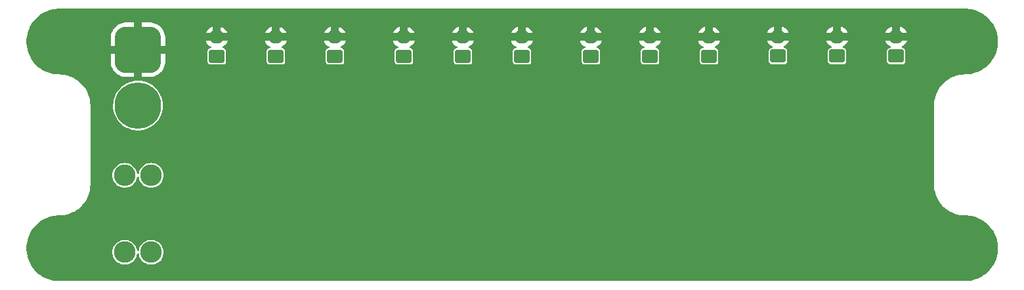
<source format=gbl>
G04 #@! TF.GenerationSoftware,KiCad,Pcbnew,(6.0.9)*
G04 #@! TF.CreationDate,2023-02-01T20:08:34-08:00*
G04 #@! TF.ProjectId,regulator_board,72656775-6c61-4746-9f72-5f626f617264,rev?*
G04 #@! TF.SameCoordinates,Original*
G04 #@! TF.FileFunction,Copper,L2,Bot*
G04 #@! TF.FilePolarity,Positive*
%FSLAX46Y46*%
G04 Gerber Fmt 4.6, Leading zero omitted, Abs format (unit mm)*
G04 Created by KiCad (PCBNEW (6.0.9)) date 2023-02-01 20:08:34*
%MOMM*%
%LPD*%
G01*
G04 APERTURE LIST*
G04 Aperture macros list*
%AMRoundRect*
0 Rectangle with rounded corners*
0 $1 Rounding radius*
0 $2 $3 $4 $5 $6 $7 $8 $9 X,Y pos of 4 corners*
0 Add a 4 corners polygon primitive as box body*
4,1,4,$2,$3,$4,$5,$6,$7,$8,$9,$2,$3,0*
0 Add four circle primitives for the rounded corners*
1,1,$1+$1,$2,$3*
1,1,$1+$1,$4,$5*
1,1,$1+$1,$6,$7*
1,1,$1+$1,$8,$9*
0 Add four rect primitives between the rounded corners*
20,1,$1+$1,$2,$3,$4,$5,0*
20,1,$1+$1,$4,$5,$6,$7,0*
20,1,$1+$1,$6,$7,$8,$9,0*
20,1,$1+$1,$8,$9,$2,$3,0*%
G04 Aperture macros list end*
G04 #@! TA.AperFunction,ComponentPad*
%ADD10RoundRect,1.500000X-1.500000X1.500000X-1.500000X-1.500000X1.500000X-1.500000X1.500000X1.500000X0*%
G04 #@! TD*
G04 #@! TA.AperFunction,ComponentPad*
%ADD11C,6.000000*%
G04 #@! TD*
G04 #@! TA.AperFunction,ComponentPad*
%ADD12RoundRect,0.250000X0.750000X-0.600000X0.750000X0.600000X-0.750000X0.600000X-0.750000X-0.600000X0*%
G04 #@! TD*
G04 #@! TA.AperFunction,ComponentPad*
%ADD13O,2.000000X1.700000*%
G04 #@! TD*
G04 #@! TA.AperFunction,ComponentPad*
%ADD14C,2.780000*%
G04 #@! TD*
G04 #@! TA.AperFunction,ComponentPad*
%ADD15C,0.800000*%
G04 #@! TD*
G04 #@! TA.AperFunction,ComponentPad*
%ADD16C,6.400000*%
G04 #@! TD*
G04 #@! TA.AperFunction,ViaPad*
%ADD17C,0.508000*%
G04 #@! TD*
G04 APERTURE END LIST*
D10*
X64770000Y-122340000D03*
D11*
X64770000Y-129540000D03*
D12*
X99060000Y-123190000D03*
D13*
X99060000Y-120690000D03*
D12*
X162560000Y-123150000D03*
D13*
X162560000Y-120650000D03*
D12*
X114300000Y-123190000D03*
D13*
X114300000Y-120690000D03*
D14*
X66470000Y-138550000D03*
X63070000Y-138550000D03*
X63070000Y-148470000D03*
X66470000Y-148470000D03*
D12*
X106680000Y-123190000D03*
D13*
X106680000Y-120690000D03*
D15*
X173850000Y-147955000D03*
X173147056Y-146257944D03*
X173147056Y-149652056D03*
D16*
X171450000Y-147955000D03*
D15*
X169050000Y-147955000D03*
X171450000Y-150355000D03*
X171450000Y-145555000D03*
X169752944Y-146257944D03*
X169752944Y-149652056D03*
D12*
X147320000Y-123150000D03*
D13*
X147320000Y-120650000D03*
D12*
X138430000Y-123190000D03*
D13*
X138430000Y-120690000D03*
D12*
X154940000Y-123150000D03*
D13*
X154940000Y-120650000D03*
D15*
X52210000Y-147955000D03*
X56307056Y-146257944D03*
X52912944Y-149652056D03*
X56307056Y-149652056D03*
X54610000Y-150355000D03*
X57010000Y-147955000D03*
X52912944Y-146257944D03*
D16*
X54610000Y-147955000D03*
D15*
X54610000Y-145555000D03*
X54610000Y-123685000D03*
X56307056Y-122982056D03*
X52912944Y-119587944D03*
X56307056Y-119587944D03*
D16*
X54610000Y-121285000D03*
D15*
X57010000Y-121285000D03*
X52210000Y-121285000D03*
X52912944Y-122982056D03*
X54610000Y-118885000D03*
X169752944Y-119587944D03*
X171450000Y-118885000D03*
X173147056Y-119587944D03*
X169050000Y-121285000D03*
D16*
X171450000Y-121285000D03*
D15*
X169752944Y-122982056D03*
X171450000Y-123685000D03*
X173147056Y-122982056D03*
X173850000Y-121285000D03*
D12*
X123190000Y-123190000D03*
D13*
X123190000Y-120690000D03*
D12*
X90170000Y-123190000D03*
D13*
X90170000Y-120690000D03*
D12*
X130810000Y-123190000D03*
D13*
X130810000Y-120690000D03*
D12*
X74930000Y-123190000D03*
D13*
X74930000Y-120690000D03*
D12*
X82550000Y-123190000D03*
D13*
X82550000Y-120690000D03*
D17*
X155194000Y-136612000D03*
X129032000Y-135636000D03*
X83820000Y-138684000D03*
X107950000Y-138684000D03*
X130048000Y-137668000D03*
X81788000Y-137668000D03*
X105918000Y-136652000D03*
X153162000Y-135596000D03*
X129032000Y-136652000D03*
X154178000Y-136612000D03*
X104902000Y-136652000D03*
X153162000Y-136612000D03*
X82804000Y-137668000D03*
X155194000Y-137628000D03*
X158750000Y-144145000D03*
X132080000Y-136652000D03*
X78232000Y-131064000D03*
X80772000Y-135636000D03*
X156210000Y-136612000D03*
X131064000Y-136652000D03*
X150622000Y-131024000D03*
X80772000Y-136652000D03*
X102362000Y-131064000D03*
X83820000Y-137668000D03*
X105918000Y-137668000D03*
X107950000Y-136652000D03*
X106934000Y-136652000D03*
X130048000Y-136652000D03*
X82804000Y-136652000D03*
X156210000Y-138644000D03*
X108966000Y-136652000D03*
X83820000Y-136652000D03*
X156210000Y-137628000D03*
X154178000Y-137628000D03*
X84836000Y-136652000D03*
X132080000Y-138684000D03*
X104902000Y-135636000D03*
X131064000Y-137668000D03*
X133096000Y-136652000D03*
X157226000Y-136612000D03*
X106934000Y-137668000D03*
X132080000Y-137668000D03*
X107950000Y-137668000D03*
X81788000Y-136652000D03*
X126492000Y-131064000D03*
G04 #@! TA.AperFunction,Conductor*
G36*
X171430612Y-117045750D02*
G01*
X171435806Y-117045759D01*
X171449635Y-117048939D01*
X171463476Y-117045807D01*
X171477661Y-117045832D01*
X171477660Y-117046136D01*
X171485926Y-117045412D01*
X171648406Y-117053151D01*
X171847177Y-117062620D01*
X171859094Y-117063758D01*
X172136697Y-117103671D01*
X172246730Y-117119492D01*
X172258503Y-117121761D01*
X172639074Y-117214086D01*
X172650579Y-117217464D01*
X172929390Y-117313961D01*
X173020662Y-117345551D01*
X173031780Y-117350001D01*
X173388026Y-117512693D01*
X173398672Y-117518182D01*
X173568248Y-117616087D01*
X173737818Y-117713988D01*
X173747905Y-117720471D01*
X174066910Y-117947634D01*
X174076335Y-117955045D01*
X174372298Y-118211498D01*
X174380976Y-118219773D01*
X174651215Y-118503191D01*
X174659068Y-118512253D01*
X174901151Y-118820087D01*
X174908104Y-118829851D01*
X175119838Y-119159315D01*
X175125823Y-119169682D01*
X175251665Y-119413783D01*
X175305272Y-119517766D01*
X175310253Y-119528673D01*
X175455800Y-119892232D01*
X175459722Y-119903563D01*
X175570052Y-120279315D01*
X175572879Y-120290967D01*
X175646995Y-120675511D01*
X175648701Y-120687380D01*
X175685925Y-121077211D01*
X175686496Y-121089188D01*
X175686496Y-121480812D01*
X175685925Y-121492789D01*
X175648701Y-121882620D01*
X175646995Y-121894489D01*
X175572879Y-122279033D01*
X175570052Y-122290685D01*
X175459722Y-122666437D01*
X175455800Y-122677768D01*
X175310253Y-123041327D01*
X175305272Y-123052234D01*
X175125823Y-123400318D01*
X175119838Y-123410685D01*
X175068805Y-123490094D01*
X174908106Y-123740146D01*
X174901154Y-123749909D01*
X174802015Y-123875975D01*
X174659068Y-124057747D01*
X174651215Y-124066809D01*
X174380976Y-124350227D01*
X174372298Y-124358502D01*
X174076335Y-124614955D01*
X174066910Y-124622366D01*
X173747905Y-124849529D01*
X173737818Y-124856012D01*
X173568248Y-124953913D01*
X173398672Y-125051818D01*
X173388026Y-125057307D01*
X173031780Y-125219999D01*
X173020662Y-125224449D01*
X172929390Y-125256039D01*
X172650579Y-125352536D01*
X172639074Y-125355914D01*
X172258503Y-125448239D01*
X172246747Y-125450506D01*
X171859094Y-125506242D01*
X171847168Y-125507380D01*
X171486793Y-125524548D01*
X171464969Y-125522578D01*
X171464863Y-125523501D01*
X171457732Y-125522685D01*
X171450729Y-125521062D01*
X171450367Y-125521062D01*
X171450365Y-125521061D01*
X171450000Y-125521061D01*
X171445046Y-125522191D01*
X171443513Y-125522313D01*
X171442625Y-125522354D01*
X171082158Y-125539019D01*
X171082151Y-125539020D01*
X171079267Y-125539153D01*
X171076399Y-125539553D01*
X171076400Y-125539553D01*
X170714585Y-125590024D01*
X170714582Y-125590025D01*
X170711697Y-125590427D01*
X170513755Y-125636982D01*
X170353265Y-125674729D01*
X170353259Y-125674731D01*
X170350426Y-125675397D01*
X169998536Y-125793339D01*
X169659029Y-125943246D01*
X169656476Y-125944668D01*
X169656472Y-125944670D01*
X169397375Y-126088986D01*
X169334802Y-126123839D01*
X169028622Y-126333577D01*
X169026396Y-126335425D01*
X169026386Y-126335433D01*
X168805882Y-126518538D01*
X168743100Y-126570672D01*
X168480672Y-126833100D01*
X168478818Y-126835333D01*
X168478815Y-126835336D01*
X168245433Y-127116386D01*
X168245425Y-127116396D01*
X168243577Y-127118622D01*
X168033839Y-127424802D01*
X167853246Y-127749029D01*
X167703339Y-128088536D01*
X167585397Y-128440426D01*
X167500427Y-128801697D01*
X167500025Y-128804582D01*
X167500024Y-128804585D01*
X167495580Y-128836446D01*
X167449153Y-129169267D01*
X167432274Y-129534361D01*
X167431061Y-129539635D01*
X167434193Y-129553476D01*
X167434185Y-129557938D01*
X167436300Y-129576865D01*
X167436300Y-139662553D01*
X167434250Y-139680615D01*
X167434241Y-139685807D01*
X167431061Y-139699635D01*
X167432236Y-139704829D01*
X167432739Y-139715716D01*
X167432739Y-139715717D01*
X167444786Y-139976283D01*
X167449153Y-140070733D01*
X167449553Y-140073599D01*
X167449553Y-140073600D01*
X167495580Y-140403553D01*
X167500427Y-140438303D01*
X167585397Y-140799574D01*
X167703339Y-141151464D01*
X167853246Y-141490971D01*
X168033839Y-141815198D01*
X168243577Y-142121378D01*
X168245425Y-142123604D01*
X168245433Y-142123614D01*
X168478815Y-142404664D01*
X168480672Y-142406900D01*
X168743100Y-142669328D01*
X168745333Y-142671182D01*
X168745336Y-142671185D01*
X169026386Y-142904567D01*
X169026396Y-142904575D01*
X169028622Y-142906423D01*
X169334802Y-143116161D01*
X169337355Y-143117583D01*
X169551761Y-143237006D01*
X169659029Y-143296754D01*
X169998536Y-143446661D01*
X170350426Y-143564603D01*
X170353259Y-143565269D01*
X170353265Y-143565271D01*
X170493859Y-143598338D01*
X170711697Y-143649573D01*
X170714582Y-143649975D01*
X170714585Y-143649976D01*
X170956602Y-143683736D01*
X171079267Y-143700847D01*
X171082151Y-143700980D01*
X171082158Y-143700981D01*
X171442623Y-143717646D01*
X171444265Y-143717778D01*
X171449271Y-143718938D01*
X171449633Y-143718938D01*
X171449635Y-143718939D01*
X171450000Y-143718939D01*
X171456900Y-143717365D01*
X171463923Y-143716574D01*
X171464015Y-143717391D01*
X171486214Y-143715425D01*
X171847177Y-143732620D01*
X171859094Y-143733758D01*
X172136697Y-143773671D01*
X172246730Y-143789492D01*
X172258503Y-143791761D01*
X172639074Y-143884086D01*
X172650579Y-143887464D01*
X172929390Y-143983961D01*
X173020662Y-144015551D01*
X173031780Y-144020001D01*
X173388026Y-144182693D01*
X173398672Y-144188182D01*
X173568248Y-144286086D01*
X173737818Y-144383988D01*
X173747905Y-144390471D01*
X174066910Y-144617634D01*
X174076335Y-144625045D01*
X174372298Y-144881498D01*
X174380976Y-144889773D01*
X174651215Y-145173191D01*
X174659068Y-145182253D01*
X174901151Y-145490087D01*
X174908104Y-145499851D01*
X175119838Y-145829315D01*
X175125823Y-145839682D01*
X175268002Y-146115472D01*
X175305272Y-146187766D01*
X175310253Y-146198673D01*
X175455800Y-146562232D01*
X175459722Y-146573563D01*
X175570052Y-146949315D01*
X175572879Y-146960967D01*
X175646995Y-147345511D01*
X175648701Y-147357380D01*
X175685925Y-147747211D01*
X175686496Y-147759188D01*
X175686496Y-148150812D01*
X175685925Y-148162789D01*
X175648701Y-148552620D01*
X175646995Y-148564489D01*
X175572879Y-148949033D01*
X175570052Y-148960685D01*
X175459722Y-149336437D01*
X175455800Y-149347768D01*
X175310253Y-149711327D01*
X175305272Y-149722234D01*
X175125823Y-150070318D01*
X175119838Y-150080685D01*
X175068805Y-150160094D01*
X174908106Y-150410146D01*
X174901151Y-150419913D01*
X174659068Y-150727747D01*
X174651215Y-150736809D01*
X174380976Y-151020227D01*
X174372298Y-151028502D01*
X174076335Y-151284955D01*
X174066910Y-151292366D01*
X173747905Y-151519529D01*
X173737818Y-151526012D01*
X173568248Y-151623913D01*
X173398672Y-151721818D01*
X173388026Y-151727307D01*
X173031780Y-151889999D01*
X173020662Y-151894449D01*
X172929390Y-151926039D01*
X172650579Y-152022536D01*
X172639074Y-152025914D01*
X172258503Y-152118239D01*
X172246730Y-152120508D01*
X172136697Y-152136329D01*
X171859094Y-152176242D01*
X171847177Y-152177380D01*
X171663624Y-152186124D01*
X171486506Y-152194561D01*
X171478385Y-152193836D01*
X171478384Y-152194266D01*
X171464194Y-152194241D01*
X171450365Y-152191061D01*
X171436524Y-152194193D01*
X171432064Y-152194185D01*
X171413135Y-152196300D01*
X54647447Y-152196300D01*
X54629388Y-152194250D01*
X54624194Y-152194241D01*
X54610365Y-152191061D01*
X54596524Y-152194193D01*
X54582339Y-152194168D01*
X54582340Y-152193864D01*
X54574074Y-152194588D01*
X54411594Y-152186849D01*
X54212823Y-152177380D01*
X54200906Y-152176242D01*
X53923303Y-152136329D01*
X53813270Y-152120508D01*
X53801497Y-152118239D01*
X53420926Y-152025914D01*
X53409421Y-152022536D01*
X53130610Y-151926039D01*
X53039338Y-151894449D01*
X53028220Y-151889999D01*
X52671974Y-151727307D01*
X52661328Y-151721818D01*
X52491752Y-151623913D01*
X52322182Y-151526012D01*
X52312095Y-151519529D01*
X51993090Y-151292366D01*
X51983665Y-151284955D01*
X51687702Y-151028502D01*
X51679024Y-151020227D01*
X51408785Y-150736809D01*
X51400932Y-150727747D01*
X51158849Y-150419913D01*
X51151894Y-150410146D01*
X50991195Y-150160094D01*
X50940162Y-150080685D01*
X50934177Y-150070318D01*
X50754728Y-149722234D01*
X50749747Y-149711327D01*
X50604200Y-149347768D01*
X50600278Y-149336437D01*
X50489948Y-148960685D01*
X50487121Y-148949033D01*
X50413005Y-148564489D01*
X50411299Y-148552620D01*
X50403410Y-148470000D01*
X61471372Y-148470000D01*
X61491054Y-148720081D01*
X61492208Y-148724888D01*
X61492209Y-148724894D01*
X61529475Y-148880117D01*
X61549614Y-148964003D01*
X61551507Y-148968574D01*
X61551508Y-148968576D01*
X61560580Y-148990476D01*
X61645612Y-149195762D01*
X61776683Y-149409650D01*
X61939599Y-149600401D01*
X62130350Y-149763317D01*
X62344238Y-149894388D01*
X62348808Y-149896281D01*
X62348812Y-149896283D01*
X62571424Y-149988492D01*
X62575997Y-149990386D01*
X62659883Y-150010525D01*
X62815106Y-150047791D01*
X62815112Y-150047792D01*
X62819919Y-150048946D01*
X63070000Y-150068628D01*
X63320081Y-150048946D01*
X63324888Y-150047792D01*
X63324894Y-150047791D01*
X63480117Y-150010525D01*
X63564003Y-149990386D01*
X63568576Y-149988492D01*
X63791188Y-149896283D01*
X63791192Y-149896281D01*
X63795762Y-149894388D01*
X64009650Y-149763317D01*
X64200401Y-149600401D01*
X64363317Y-149409650D01*
X64494388Y-149195762D01*
X64579421Y-148990476D01*
X64588492Y-148968576D01*
X64588493Y-148968574D01*
X64590386Y-148964003D01*
X64647481Y-148726183D01*
X64682833Y-148664614D01*
X64745860Y-148631931D01*
X64816551Y-148638511D01*
X64872462Y-148682266D01*
X64892519Y-148726183D01*
X64949614Y-148964003D01*
X64951507Y-148968574D01*
X64951508Y-148968576D01*
X64960580Y-148990476D01*
X65045612Y-149195762D01*
X65176683Y-149409650D01*
X65339599Y-149600401D01*
X65530350Y-149763317D01*
X65744238Y-149894388D01*
X65748808Y-149896281D01*
X65748812Y-149896283D01*
X65971424Y-149988492D01*
X65975997Y-149990386D01*
X66059883Y-150010525D01*
X66215106Y-150047791D01*
X66215112Y-150047792D01*
X66219919Y-150048946D01*
X66470000Y-150068628D01*
X66720081Y-150048946D01*
X66724888Y-150047792D01*
X66724894Y-150047791D01*
X66880117Y-150010525D01*
X66964003Y-149990386D01*
X66968576Y-149988492D01*
X67191188Y-149896283D01*
X67191192Y-149896281D01*
X67195762Y-149894388D01*
X67409650Y-149763317D01*
X67600401Y-149600401D01*
X67763317Y-149409650D01*
X67894388Y-149195762D01*
X67979421Y-148990476D01*
X67988492Y-148968576D01*
X67988493Y-148968574D01*
X67990386Y-148964003D01*
X68010525Y-148880117D01*
X68047791Y-148724894D01*
X68047792Y-148724888D01*
X68048946Y-148720081D01*
X68068628Y-148470000D01*
X68048946Y-148219919D01*
X68047482Y-148213817D01*
X67991541Y-147980809D01*
X67990386Y-147975997D01*
X67900581Y-147759188D01*
X67896283Y-147748812D01*
X67896281Y-147748808D01*
X67894388Y-147744238D01*
X67763317Y-147530350D01*
X67600401Y-147339599D01*
X67409650Y-147176683D01*
X67195762Y-147045612D01*
X67191192Y-147043719D01*
X67191188Y-147043717D01*
X66968576Y-146951508D01*
X66968574Y-146951507D01*
X66964003Y-146949614D01*
X66880117Y-146929475D01*
X66724894Y-146892209D01*
X66724888Y-146892208D01*
X66720081Y-146891054D01*
X66470000Y-146871372D01*
X66219919Y-146891054D01*
X66215112Y-146892208D01*
X66215106Y-146892209D01*
X66059883Y-146929475D01*
X65975997Y-146949614D01*
X65971426Y-146951507D01*
X65971424Y-146951508D01*
X65748812Y-147043717D01*
X65748808Y-147043719D01*
X65744238Y-147045612D01*
X65530350Y-147176683D01*
X65339599Y-147339599D01*
X65176683Y-147530350D01*
X65045612Y-147744238D01*
X65043719Y-147748808D01*
X65043717Y-147748812D01*
X65039419Y-147759188D01*
X64949614Y-147975997D01*
X64948459Y-147980809D01*
X64892519Y-148213817D01*
X64857167Y-148275386D01*
X64794140Y-148308069D01*
X64723449Y-148301489D01*
X64667538Y-148257734D01*
X64647481Y-148213817D01*
X64591541Y-147980809D01*
X64590386Y-147975997D01*
X64500581Y-147759188D01*
X64496283Y-147748812D01*
X64496281Y-147748808D01*
X64494388Y-147744238D01*
X64363317Y-147530350D01*
X64200401Y-147339599D01*
X64009650Y-147176683D01*
X63795762Y-147045612D01*
X63791192Y-147043719D01*
X63791188Y-147043717D01*
X63568576Y-146951508D01*
X63568574Y-146951507D01*
X63564003Y-146949614D01*
X63480117Y-146929475D01*
X63324894Y-146892209D01*
X63324888Y-146892208D01*
X63320081Y-146891054D01*
X63070000Y-146871372D01*
X62819919Y-146891054D01*
X62815112Y-146892208D01*
X62815106Y-146892209D01*
X62659883Y-146929475D01*
X62575997Y-146949614D01*
X62571426Y-146951507D01*
X62571424Y-146951508D01*
X62348812Y-147043717D01*
X62348808Y-147043719D01*
X62344238Y-147045612D01*
X62130350Y-147176683D01*
X61939599Y-147339599D01*
X61776683Y-147530350D01*
X61645612Y-147744238D01*
X61643719Y-147748808D01*
X61643717Y-147748812D01*
X61639419Y-147759188D01*
X61549614Y-147975997D01*
X61548459Y-147980809D01*
X61492519Y-148213817D01*
X61491054Y-148219919D01*
X61471372Y-148470000D01*
X50403410Y-148470000D01*
X50374075Y-148162789D01*
X50373504Y-148150812D01*
X50373504Y-147759188D01*
X50374075Y-147747211D01*
X50411299Y-147357380D01*
X50413005Y-147345511D01*
X50487121Y-146960967D01*
X50489948Y-146949315D01*
X50600278Y-146573563D01*
X50604200Y-146562232D01*
X50749747Y-146198673D01*
X50754728Y-146187766D01*
X50791998Y-146115472D01*
X50934177Y-145839682D01*
X50940162Y-145829315D01*
X51151896Y-145499851D01*
X51158849Y-145490087D01*
X51400932Y-145182253D01*
X51408785Y-145173191D01*
X51679024Y-144889773D01*
X51687702Y-144881498D01*
X51983665Y-144625045D01*
X51993090Y-144617634D01*
X52312095Y-144390471D01*
X52322182Y-144383988D01*
X52491752Y-144286086D01*
X52661328Y-144188182D01*
X52671974Y-144182693D01*
X53028220Y-144020001D01*
X53039338Y-144015551D01*
X53130610Y-143983961D01*
X53409421Y-143887464D01*
X53420926Y-143884086D01*
X53801497Y-143791761D01*
X53813253Y-143789494D01*
X54200906Y-143733758D01*
X54212832Y-143732620D01*
X54573211Y-143715452D01*
X54595032Y-143717422D01*
X54595138Y-143716498D01*
X54602265Y-143717313D01*
X54609270Y-143718937D01*
X54609628Y-143718937D01*
X54609635Y-143718939D01*
X54609642Y-143718938D01*
X54609999Y-143718938D01*
X54615233Y-143717744D01*
X54620555Y-143717498D01*
X54620880Y-143717619D01*
X54621054Y-143717621D01*
X54621591Y-143717450D01*
X54683129Y-143714605D01*
X54977841Y-143700980D01*
X54977848Y-143700979D01*
X54980732Y-143700846D01*
X55103397Y-143683735D01*
X55345414Y-143649975D01*
X55345417Y-143649974D01*
X55348302Y-143649572D01*
X55566136Y-143598338D01*
X55706734Y-143565270D01*
X55706740Y-143565268D01*
X55709573Y-143564602D01*
X55887293Y-143505036D01*
X56058695Y-143447589D01*
X56058700Y-143447587D01*
X56061463Y-143446661D01*
X56400970Y-143296754D01*
X56508239Y-143237006D01*
X56722644Y-143117583D01*
X56725197Y-143116161D01*
X57031377Y-142906422D01*
X57316900Y-142669328D01*
X57579328Y-142406900D01*
X57816422Y-142121377D01*
X58026161Y-141815197D01*
X58206754Y-141490970D01*
X58356661Y-141151463D01*
X58380590Y-141080070D01*
X58473675Y-140802338D01*
X58474602Y-140799573D01*
X58475268Y-140796740D01*
X58475270Y-140796734D01*
X58558903Y-140441145D01*
X58559572Y-140438302D01*
X58610846Y-140070732D01*
X58627638Y-139707525D01*
X58627786Y-139705695D01*
X58628937Y-139700728D01*
X58628938Y-139699999D01*
X58626853Y-139690860D01*
X58623699Y-139662845D01*
X58623699Y-138550000D01*
X61471372Y-138550000D01*
X61491054Y-138800081D01*
X61492208Y-138804888D01*
X61492209Y-138804894D01*
X61529475Y-138960117D01*
X61549614Y-139044003D01*
X61645612Y-139275762D01*
X61776683Y-139489650D01*
X61939599Y-139680401D01*
X62130350Y-139843317D01*
X62344238Y-139974388D01*
X62348808Y-139976281D01*
X62348812Y-139976283D01*
X62569855Y-140067842D01*
X62575997Y-140070386D01*
X62659883Y-140090525D01*
X62815106Y-140127791D01*
X62815112Y-140127792D01*
X62819919Y-140128946D01*
X63070000Y-140148628D01*
X63320081Y-140128946D01*
X63324888Y-140127792D01*
X63324894Y-140127791D01*
X63480117Y-140090525D01*
X63564003Y-140070386D01*
X63570145Y-140067842D01*
X63791188Y-139976283D01*
X63791192Y-139976281D01*
X63795762Y-139974388D01*
X64009650Y-139843317D01*
X64200401Y-139680401D01*
X64363317Y-139489650D01*
X64494388Y-139275762D01*
X64590386Y-139044003D01*
X64647481Y-138806183D01*
X64682833Y-138744614D01*
X64745860Y-138711931D01*
X64816551Y-138718511D01*
X64872462Y-138762266D01*
X64892519Y-138806183D01*
X64949614Y-139044003D01*
X65045612Y-139275762D01*
X65176683Y-139489650D01*
X65339599Y-139680401D01*
X65530350Y-139843317D01*
X65744238Y-139974388D01*
X65748808Y-139976281D01*
X65748812Y-139976283D01*
X65969855Y-140067842D01*
X65975997Y-140070386D01*
X66059883Y-140090525D01*
X66215106Y-140127791D01*
X66215112Y-140127792D01*
X66219919Y-140128946D01*
X66470000Y-140148628D01*
X66720081Y-140128946D01*
X66724888Y-140127792D01*
X66724894Y-140127791D01*
X66880117Y-140090525D01*
X66964003Y-140070386D01*
X66970145Y-140067842D01*
X67191188Y-139976283D01*
X67191192Y-139976281D01*
X67195762Y-139974388D01*
X67409650Y-139843317D01*
X67600401Y-139680401D01*
X67763317Y-139489650D01*
X67894388Y-139275762D01*
X67990386Y-139044003D01*
X68010525Y-138960117D01*
X68047791Y-138804894D01*
X68047792Y-138804888D01*
X68048946Y-138800081D01*
X68068628Y-138550000D01*
X68048946Y-138299919D01*
X68047482Y-138293817D01*
X67991541Y-138060809D01*
X67990386Y-138055997D01*
X67894388Y-137824238D01*
X67763317Y-137610350D01*
X67600401Y-137419599D01*
X67409650Y-137256683D01*
X67195762Y-137125612D01*
X67191192Y-137123719D01*
X67191188Y-137123717D01*
X66968576Y-137031508D01*
X66968574Y-137031507D01*
X66964003Y-137029614D01*
X66880117Y-137009475D01*
X66724894Y-136972209D01*
X66724888Y-136972208D01*
X66720081Y-136971054D01*
X66470000Y-136951372D01*
X66219919Y-136971054D01*
X66215112Y-136972208D01*
X66215106Y-136972209D01*
X66059883Y-137009475D01*
X65975997Y-137029614D01*
X65971426Y-137031507D01*
X65971424Y-137031508D01*
X65748812Y-137123717D01*
X65748808Y-137123719D01*
X65744238Y-137125612D01*
X65530350Y-137256683D01*
X65339599Y-137419599D01*
X65176683Y-137610350D01*
X65045612Y-137824238D01*
X64949614Y-138055997D01*
X64948459Y-138060809D01*
X64892519Y-138293817D01*
X64857167Y-138355386D01*
X64794140Y-138388069D01*
X64723449Y-138381489D01*
X64667538Y-138337734D01*
X64647481Y-138293817D01*
X64591541Y-138060809D01*
X64590386Y-138055997D01*
X64494388Y-137824238D01*
X64363317Y-137610350D01*
X64200401Y-137419599D01*
X64009650Y-137256683D01*
X63795762Y-137125612D01*
X63791192Y-137123719D01*
X63791188Y-137123717D01*
X63568576Y-137031508D01*
X63568574Y-137031507D01*
X63564003Y-137029614D01*
X63480117Y-137009475D01*
X63324894Y-136972209D01*
X63324888Y-136972208D01*
X63320081Y-136971054D01*
X63070000Y-136951372D01*
X62819919Y-136971054D01*
X62815112Y-136972208D01*
X62815106Y-136972209D01*
X62659883Y-137009475D01*
X62575997Y-137029614D01*
X62571426Y-137031507D01*
X62571424Y-137031508D01*
X62348812Y-137123717D01*
X62348808Y-137123719D01*
X62344238Y-137125612D01*
X62130350Y-137256683D01*
X61939599Y-137419599D01*
X61776683Y-137610350D01*
X61645612Y-137824238D01*
X61549614Y-138055997D01*
X61548459Y-138060809D01*
X61492519Y-138293817D01*
X61491054Y-138299919D01*
X61471372Y-138550000D01*
X58623699Y-138550000D01*
X58623700Y-129577739D01*
X58626955Y-129549286D01*
X58627326Y-129547686D01*
X58627327Y-129547681D01*
X58628938Y-129540729D01*
X58628939Y-129540000D01*
X58627800Y-129535008D01*
X58627695Y-129533677D01*
X58625916Y-129495199D01*
X61561565Y-129495199D01*
X61576566Y-129853119D01*
X61631371Y-130207136D01*
X61725296Y-130552838D01*
X61857171Y-130885916D01*
X61858826Y-130889028D01*
X61858828Y-130889033D01*
X62023695Y-131199103D01*
X62023701Y-131199113D01*
X62025352Y-131202218D01*
X62027344Y-131205127D01*
X62225751Y-131494895D01*
X62225756Y-131494901D01*
X62227742Y-131497802D01*
X62461820Y-131768984D01*
X62724667Y-132012383D01*
X63013008Y-132224966D01*
X63323248Y-132404083D01*
X63452434Y-132460523D01*
X63648299Y-132546095D01*
X63648302Y-132546096D01*
X63651520Y-132547502D01*
X63654877Y-132548541D01*
X63654882Y-132548543D01*
X63990374Y-132652394D01*
X63993734Y-132653434D01*
X64345623Y-132720561D01*
X64612345Y-132741084D01*
X64699304Y-132747775D01*
X64699305Y-132747775D01*
X64702801Y-132748044D01*
X64919492Y-132740477D01*
X65057302Y-132735665D01*
X65057307Y-132735665D01*
X65060817Y-132735542D01*
X65166744Y-132719900D01*
X65411716Y-132683726D01*
X65411722Y-132683725D01*
X65415208Y-132683210D01*
X65418612Y-132682311D01*
X65418615Y-132682310D01*
X65758167Y-132592597D01*
X65758168Y-132592597D01*
X65761558Y-132591701D01*
X66095548Y-132462154D01*
X66413017Y-132296186D01*
X66710006Y-132095864D01*
X66982815Y-131863685D01*
X67074243Y-131766324D01*
X67225633Y-131605111D01*
X67225637Y-131605106D01*
X67228044Y-131602543D01*
X67230149Y-131599729D01*
X67230155Y-131599722D01*
X67440525Y-131318513D01*
X67442634Y-131315694D01*
X67444415Y-131312659D01*
X67622131Y-131009750D01*
X67622134Y-131009745D01*
X67623913Y-131006712D01*
X67769620Y-130679449D01*
X67877939Y-130337983D01*
X67947521Y-129986571D01*
X67977497Y-129629594D01*
X67978234Y-129576865D01*
X67978718Y-129542178D01*
X67978718Y-129542166D01*
X67978748Y-129540000D01*
X67978456Y-129534766D01*
X67958947Y-129185832D01*
X67958751Y-129182324D01*
X67940950Y-129077076D01*
X67899596Y-128832576D01*
X67899595Y-128832571D01*
X67899009Y-128829107D01*
X67800266Y-128484750D01*
X67666384Y-128159929D01*
X67665091Y-128156791D01*
X67665087Y-128156784D01*
X67663753Y-128153546D01*
X67491173Y-127839623D01*
X67284675Y-127546893D01*
X67046834Y-127279006D01*
X66780614Y-127039301D01*
X66777764Y-127037260D01*
X66777757Y-127037255D01*
X66492187Y-126832807D01*
X66492184Y-126832805D01*
X66489333Y-126830764D01*
X66176623Y-126655996D01*
X65846380Y-126517175D01*
X65843017Y-126516185D01*
X65843008Y-126516182D01*
X65631268Y-126453864D01*
X65502720Y-126416031D01*
X65182271Y-126359527D01*
X65153388Y-126354434D01*
X65153386Y-126354434D01*
X65149928Y-126353824D01*
X65146419Y-126353603D01*
X65146417Y-126353603D01*
X64795919Y-126331551D01*
X64795913Y-126331551D01*
X64792401Y-126331330D01*
X64708511Y-126335433D01*
X64438102Y-126348658D01*
X64438094Y-126348659D01*
X64434595Y-126348830D01*
X64431127Y-126349392D01*
X64431124Y-126349392D01*
X64084443Y-126405542D01*
X64084440Y-126405543D01*
X64080968Y-126406105D01*
X64077581Y-126407051D01*
X64077575Y-126407052D01*
X63791806Y-126486840D01*
X63735931Y-126502441D01*
X63571650Y-126568815D01*
X63407046Y-126635319D01*
X63407042Y-126635321D01*
X63403782Y-126636638D01*
X63400695Y-126638307D01*
X63400691Y-126638309D01*
X63291480Y-126697359D01*
X63088661Y-126807023D01*
X62794497Y-127011472D01*
X62791855Y-127013785D01*
X62791851Y-127013788D01*
X62674655Y-127116386D01*
X62524957Y-127247437D01*
X62283398Y-127511977D01*
X62072834Y-127801795D01*
X61895887Y-128113278D01*
X61754763Y-128442544D01*
X61651222Y-128785488D01*
X61586554Y-129137837D01*
X61561565Y-129495199D01*
X58625916Y-129495199D01*
X58610981Y-129172158D01*
X58610980Y-129172151D01*
X58610847Y-129169267D01*
X58564420Y-128836446D01*
X58559976Y-128804585D01*
X58559975Y-128804582D01*
X58559573Y-128801697D01*
X58474603Y-128440426D01*
X58356661Y-128088536D01*
X58206754Y-127749029D01*
X58026161Y-127424802D01*
X57816423Y-127118622D01*
X57814575Y-127116396D01*
X57814567Y-127116386D01*
X57581185Y-126835336D01*
X57581182Y-126835333D01*
X57579328Y-126833100D01*
X57316900Y-126570672D01*
X57254118Y-126518538D01*
X57033614Y-126335433D01*
X57033604Y-126335425D01*
X57031378Y-126333577D01*
X56725198Y-126123839D01*
X56662625Y-126088986D01*
X56403528Y-125944670D01*
X56403524Y-125944668D01*
X56400971Y-125943246D01*
X56061464Y-125793339D01*
X55709574Y-125675397D01*
X55706741Y-125674731D01*
X55706735Y-125674729D01*
X55546245Y-125636982D01*
X55348303Y-125590427D01*
X55345418Y-125590025D01*
X55345415Y-125590024D01*
X54983600Y-125539553D01*
X54983601Y-125539553D01*
X54980733Y-125539153D01*
X54977849Y-125539020D01*
X54977842Y-125539019D01*
X54617377Y-125522354D01*
X54615735Y-125522222D01*
X54610729Y-125521062D01*
X54610367Y-125521062D01*
X54610365Y-125521061D01*
X54610000Y-125521061D01*
X54603100Y-125522635D01*
X54596077Y-125523426D01*
X54595985Y-125522609D01*
X54573786Y-125524575D01*
X54212823Y-125507380D01*
X54200906Y-125506242D01*
X53923303Y-125466329D01*
X53813270Y-125450508D01*
X53801497Y-125448239D01*
X53420926Y-125355914D01*
X53409421Y-125352536D01*
X53130610Y-125256039D01*
X53039338Y-125224449D01*
X53028220Y-125219999D01*
X52671974Y-125057307D01*
X52661328Y-125051818D01*
X52491752Y-124953914D01*
X52322182Y-124856012D01*
X52312095Y-124849529D01*
X51993090Y-124622366D01*
X51983665Y-124614955D01*
X51687702Y-124358502D01*
X51679024Y-124350227D01*
X51408785Y-124066809D01*
X51400932Y-124057747D01*
X51316918Y-123950915D01*
X61262001Y-123950915D01*
X61262061Y-123953672D01*
X61264601Y-124011855D01*
X61265317Y-124018972D01*
X61307999Y-124288453D01*
X61309978Y-124297023D01*
X61389504Y-124557143D01*
X61392655Y-124565353D01*
X61507613Y-124811882D01*
X61511876Y-124819572D01*
X61660024Y-125047700D01*
X61665314Y-125054719D01*
X61843783Y-125260024D01*
X61849976Y-125266217D01*
X62055281Y-125444686D01*
X62062300Y-125449976D01*
X62290428Y-125598124D01*
X62298118Y-125602387D01*
X62544647Y-125717345D01*
X62552857Y-125720496D01*
X62812977Y-125800022D01*
X62821547Y-125802001D01*
X63091044Y-125844685D01*
X63098128Y-125845399D01*
X63156331Y-125847940D01*
X63159083Y-125848000D01*
X64243885Y-125848000D01*
X64259124Y-125843525D01*
X64260329Y-125842135D01*
X64262000Y-125834452D01*
X64262000Y-125829884D01*
X65278000Y-125829884D01*
X65282475Y-125845123D01*
X65283865Y-125846328D01*
X65291548Y-125847999D01*
X66380915Y-125847999D01*
X66383672Y-125847939D01*
X66441855Y-125845399D01*
X66448972Y-125844683D01*
X66718453Y-125802001D01*
X66727023Y-125800022D01*
X66987143Y-125720496D01*
X66995353Y-125717345D01*
X67241882Y-125602387D01*
X67249572Y-125598124D01*
X67477700Y-125449976D01*
X67484719Y-125444686D01*
X67690024Y-125266217D01*
X67696217Y-125260024D01*
X67874686Y-125054719D01*
X67879976Y-125047700D01*
X68028124Y-124819572D01*
X68032387Y-124811882D01*
X68147345Y-124565353D01*
X68150496Y-124557143D01*
X68230022Y-124297023D01*
X68232001Y-124288453D01*
X68274685Y-124018956D01*
X68275399Y-124011872D01*
X68277940Y-123953669D01*
X68278000Y-123950917D01*
X68278000Y-122866115D01*
X68273525Y-122850876D01*
X68272135Y-122849671D01*
X68264452Y-122848000D01*
X65296115Y-122848000D01*
X65280876Y-122852475D01*
X65279671Y-122853865D01*
X65278000Y-122861548D01*
X65278000Y-125829884D01*
X64262000Y-125829884D01*
X64262000Y-122866115D01*
X64257525Y-122850876D01*
X64256135Y-122849671D01*
X64248452Y-122848000D01*
X61280116Y-122848000D01*
X61264877Y-122852475D01*
X61263672Y-122853865D01*
X61262001Y-122861548D01*
X61262001Y-123950915D01*
X51316918Y-123950915D01*
X51257985Y-123875975D01*
X51158846Y-123749909D01*
X51151894Y-123740146D01*
X50991195Y-123490094D01*
X50940162Y-123410685D01*
X50934177Y-123400318D01*
X50754728Y-123052234D01*
X50749747Y-123041327D01*
X50604200Y-122677768D01*
X50600278Y-122666437D01*
X50489948Y-122290685D01*
X50487121Y-122279033D01*
X50413005Y-121894489D01*
X50411299Y-121882620D01*
X50404736Y-121813885D01*
X61262000Y-121813885D01*
X61266475Y-121829124D01*
X61267865Y-121830329D01*
X61275548Y-121832000D01*
X64243885Y-121832000D01*
X64259124Y-121827525D01*
X64260329Y-121826135D01*
X64262000Y-121818452D01*
X64262000Y-121813885D01*
X65278000Y-121813885D01*
X65282475Y-121829124D01*
X65283865Y-121830329D01*
X65291548Y-121832000D01*
X68259884Y-121832000D01*
X68275123Y-121827525D01*
X68276328Y-121826135D01*
X68277999Y-121818452D01*
X68277999Y-121207570D01*
X73524303Y-121207570D01*
X73557263Y-121291029D01*
X73561994Y-121300561D01*
X73676016Y-121488462D01*
X73682280Y-121497052D01*
X73826327Y-121663052D01*
X73833958Y-121670472D01*
X74003911Y-121809826D01*
X74012678Y-121815850D01*
X74164797Y-121902441D01*
X74214103Y-121953523D01*
X74227965Y-122023153D01*
X74201982Y-122089224D01*
X74144403Y-122130759D01*
X74114321Y-122137384D01*
X74101674Y-122138579D01*
X74101672Y-122138579D01*
X74094025Y-122139302D01*
X74086779Y-122141847D01*
X74086777Y-122141847D01*
X74063279Y-122150099D01*
X73965302Y-122184506D01*
X73957732Y-122190098D01*
X73957729Y-122190099D01*
X73917288Y-122219970D01*
X73855562Y-122265562D01*
X73849970Y-122273133D01*
X73780099Y-122367729D01*
X73780098Y-122367732D01*
X73774506Y-122375302D01*
X73729302Y-122504025D01*
X73726300Y-122535783D01*
X73726301Y-123844216D01*
X73729302Y-123875975D01*
X73774506Y-124004698D01*
X73780098Y-124012268D01*
X73780099Y-124012271D01*
X73785037Y-124018956D01*
X73855562Y-124114438D01*
X73863133Y-124120030D01*
X73957729Y-124189901D01*
X73957732Y-124189902D01*
X73965302Y-124195494D01*
X74094025Y-124240698D01*
X74101671Y-124241421D01*
X74101672Y-124241421D01*
X74108217Y-124242040D01*
X74125783Y-124243700D01*
X74929457Y-124243700D01*
X75734216Y-124243699D01*
X75737164Y-124243420D01*
X75737173Y-124243420D01*
X75758325Y-124241421D01*
X75758326Y-124241421D01*
X75765975Y-124240698D01*
X75773221Y-124238153D01*
X75773223Y-124238153D01*
X75817228Y-124222699D01*
X75894698Y-124195494D01*
X75902268Y-124189902D01*
X75902271Y-124189901D01*
X75996867Y-124120030D01*
X76004438Y-124114438D01*
X76074963Y-124018956D01*
X76079901Y-124012271D01*
X76079902Y-124012268D01*
X76085494Y-124004698D01*
X76130698Y-123875975D01*
X76133700Y-123844217D01*
X76133699Y-122535784D01*
X76130698Y-122504025D01*
X76126769Y-122492835D01*
X76088613Y-122384185D01*
X76085494Y-122375302D01*
X76079902Y-122367732D01*
X76079901Y-122367729D01*
X76010030Y-122273133D01*
X76004438Y-122265562D01*
X75942712Y-122219970D01*
X75902271Y-122190099D01*
X75902268Y-122190098D01*
X75894698Y-122184506D01*
X75765975Y-122139302D01*
X75758329Y-122138579D01*
X75758328Y-122138579D01*
X75746596Y-122137470D01*
X75680660Y-122111145D01*
X75639424Y-122053351D01*
X75635979Y-121982438D01*
X75671419Y-121920920D01*
X75706704Y-121897147D01*
X75737970Y-121883063D01*
X75747256Y-121877894D01*
X75929575Y-121755150D01*
X75937870Y-121748481D01*
X76096900Y-121596772D01*
X76103941Y-121588814D01*
X76235141Y-121412475D01*
X76240745Y-121403438D01*
X76338959Y-121210265D01*
X76339001Y-121207570D01*
X81144303Y-121207570D01*
X81177263Y-121291029D01*
X81181994Y-121300561D01*
X81296016Y-121488462D01*
X81302280Y-121497052D01*
X81446327Y-121663052D01*
X81453958Y-121670472D01*
X81623911Y-121809826D01*
X81632678Y-121815850D01*
X81784797Y-121902441D01*
X81834103Y-121953523D01*
X81847965Y-122023153D01*
X81821982Y-122089224D01*
X81764403Y-122130759D01*
X81734321Y-122137384D01*
X81721674Y-122138579D01*
X81721672Y-122138579D01*
X81714025Y-122139302D01*
X81706779Y-122141847D01*
X81706777Y-122141847D01*
X81683279Y-122150099D01*
X81585302Y-122184506D01*
X81577732Y-122190098D01*
X81577729Y-122190099D01*
X81537288Y-122219970D01*
X81475562Y-122265562D01*
X81469970Y-122273133D01*
X81400099Y-122367729D01*
X81400098Y-122367732D01*
X81394506Y-122375302D01*
X81349302Y-122504025D01*
X81346300Y-122535783D01*
X81346301Y-123844216D01*
X81349302Y-123875975D01*
X81394506Y-124004698D01*
X81400098Y-124012268D01*
X81400099Y-124012271D01*
X81405037Y-124018956D01*
X81475562Y-124114438D01*
X81483133Y-124120030D01*
X81577729Y-124189901D01*
X81577732Y-124189902D01*
X81585302Y-124195494D01*
X81714025Y-124240698D01*
X81721671Y-124241421D01*
X81721672Y-124241421D01*
X81728217Y-124242040D01*
X81745783Y-124243700D01*
X82549457Y-124243700D01*
X83354216Y-124243699D01*
X83357164Y-124243420D01*
X83357173Y-124243420D01*
X83378325Y-124241421D01*
X83378326Y-124241421D01*
X83385975Y-124240698D01*
X83393221Y-124238153D01*
X83393223Y-124238153D01*
X83437228Y-124222699D01*
X83514698Y-124195494D01*
X83522268Y-124189902D01*
X83522271Y-124189901D01*
X83616867Y-124120030D01*
X83624438Y-124114438D01*
X83694963Y-124018956D01*
X83699901Y-124012271D01*
X83699902Y-124012268D01*
X83705494Y-124004698D01*
X83750698Y-123875975D01*
X83753700Y-123844217D01*
X83753699Y-122535784D01*
X83750698Y-122504025D01*
X83746769Y-122492835D01*
X83708613Y-122384185D01*
X83705494Y-122375302D01*
X83699902Y-122367732D01*
X83699901Y-122367729D01*
X83630030Y-122273133D01*
X83624438Y-122265562D01*
X83562712Y-122219970D01*
X83522271Y-122190099D01*
X83522268Y-122190098D01*
X83514698Y-122184506D01*
X83385975Y-122139302D01*
X83378329Y-122138579D01*
X83378328Y-122138579D01*
X83366596Y-122137470D01*
X83300660Y-122111145D01*
X83259424Y-122053351D01*
X83255979Y-121982438D01*
X83291419Y-121920920D01*
X83326704Y-121897147D01*
X83357970Y-121883063D01*
X83367256Y-121877894D01*
X83549575Y-121755150D01*
X83557870Y-121748481D01*
X83716900Y-121596772D01*
X83723941Y-121588814D01*
X83855141Y-121412475D01*
X83860745Y-121403438D01*
X83958959Y-121210265D01*
X83959001Y-121207570D01*
X88764303Y-121207570D01*
X88797263Y-121291029D01*
X88801994Y-121300561D01*
X88916016Y-121488462D01*
X88922280Y-121497052D01*
X89066327Y-121663052D01*
X89073958Y-121670472D01*
X89243911Y-121809826D01*
X89252678Y-121815850D01*
X89404797Y-121902441D01*
X89454103Y-121953523D01*
X89467965Y-122023153D01*
X89441982Y-122089224D01*
X89384403Y-122130759D01*
X89354321Y-122137384D01*
X89341674Y-122138579D01*
X89341672Y-122138579D01*
X89334025Y-122139302D01*
X89326779Y-122141847D01*
X89326777Y-122141847D01*
X89303279Y-122150099D01*
X89205302Y-122184506D01*
X89197732Y-122190098D01*
X89197729Y-122190099D01*
X89157288Y-122219970D01*
X89095562Y-122265562D01*
X89089970Y-122273133D01*
X89020099Y-122367729D01*
X89020098Y-122367732D01*
X89014506Y-122375302D01*
X88969302Y-122504025D01*
X88966300Y-122535783D01*
X88966301Y-123844216D01*
X88969302Y-123875975D01*
X89014506Y-124004698D01*
X89020098Y-124012268D01*
X89020099Y-124012271D01*
X89025037Y-124018956D01*
X89095562Y-124114438D01*
X89103133Y-124120030D01*
X89197729Y-124189901D01*
X89197732Y-124189902D01*
X89205302Y-124195494D01*
X89334025Y-124240698D01*
X89341671Y-124241421D01*
X89341672Y-124241421D01*
X89348217Y-124242040D01*
X89365783Y-124243700D01*
X90169457Y-124243700D01*
X90974216Y-124243699D01*
X90977164Y-124243420D01*
X90977173Y-124243420D01*
X90998325Y-124241421D01*
X90998326Y-124241421D01*
X91005975Y-124240698D01*
X91013221Y-124238153D01*
X91013223Y-124238153D01*
X91057228Y-124222699D01*
X91134698Y-124195494D01*
X91142268Y-124189902D01*
X91142271Y-124189901D01*
X91236867Y-124120030D01*
X91244438Y-124114438D01*
X91314963Y-124018956D01*
X91319901Y-124012271D01*
X91319902Y-124012268D01*
X91325494Y-124004698D01*
X91370698Y-123875975D01*
X91373700Y-123844217D01*
X91373699Y-122535784D01*
X91370698Y-122504025D01*
X91366769Y-122492835D01*
X91328613Y-122384185D01*
X91325494Y-122375302D01*
X91319902Y-122367732D01*
X91319901Y-122367729D01*
X91250030Y-122273133D01*
X91244438Y-122265562D01*
X91182712Y-122219970D01*
X91142271Y-122190099D01*
X91142268Y-122190098D01*
X91134698Y-122184506D01*
X91005975Y-122139302D01*
X90998329Y-122138579D01*
X90998328Y-122138579D01*
X90986596Y-122137470D01*
X90920660Y-122111145D01*
X90879424Y-122053351D01*
X90875979Y-121982438D01*
X90911419Y-121920920D01*
X90946704Y-121897147D01*
X90977970Y-121883063D01*
X90987256Y-121877894D01*
X91169575Y-121755150D01*
X91177870Y-121748481D01*
X91336900Y-121596772D01*
X91343941Y-121588814D01*
X91475141Y-121412475D01*
X91480745Y-121403438D01*
X91578959Y-121210265D01*
X91579001Y-121207570D01*
X97654303Y-121207570D01*
X97687263Y-121291029D01*
X97691994Y-121300561D01*
X97806016Y-121488462D01*
X97812280Y-121497052D01*
X97956327Y-121663052D01*
X97963958Y-121670472D01*
X98133911Y-121809826D01*
X98142678Y-121815850D01*
X98294797Y-121902441D01*
X98344103Y-121953523D01*
X98357965Y-122023153D01*
X98331982Y-122089224D01*
X98274403Y-122130759D01*
X98244321Y-122137384D01*
X98231674Y-122138579D01*
X98231672Y-122138579D01*
X98224025Y-122139302D01*
X98216779Y-122141847D01*
X98216777Y-122141847D01*
X98193279Y-122150099D01*
X98095302Y-122184506D01*
X98087732Y-122190098D01*
X98087729Y-122190099D01*
X98047288Y-122219970D01*
X97985562Y-122265562D01*
X97979970Y-122273133D01*
X97910099Y-122367729D01*
X97910098Y-122367732D01*
X97904506Y-122375302D01*
X97859302Y-122504025D01*
X97856300Y-122535783D01*
X97856301Y-123844216D01*
X97859302Y-123875975D01*
X97904506Y-124004698D01*
X97910098Y-124012268D01*
X97910099Y-124012271D01*
X97915037Y-124018956D01*
X97985562Y-124114438D01*
X97993133Y-124120030D01*
X98087729Y-124189901D01*
X98087732Y-124189902D01*
X98095302Y-124195494D01*
X98224025Y-124240698D01*
X98231671Y-124241421D01*
X98231672Y-124241421D01*
X98238217Y-124242040D01*
X98255783Y-124243700D01*
X99059457Y-124243700D01*
X99864216Y-124243699D01*
X99867164Y-124243420D01*
X99867173Y-124243420D01*
X99888325Y-124241421D01*
X99888326Y-124241421D01*
X99895975Y-124240698D01*
X99903221Y-124238153D01*
X99903223Y-124238153D01*
X99947228Y-124222699D01*
X100024698Y-124195494D01*
X100032268Y-124189902D01*
X100032271Y-124189901D01*
X100126867Y-124120030D01*
X100134438Y-124114438D01*
X100204963Y-124018956D01*
X100209901Y-124012271D01*
X100209902Y-124012268D01*
X100215494Y-124004698D01*
X100260698Y-123875975D01*
X100263700Y-123844217D01*
X100263699Y-122535784D01*
X100260698Y-122504025D01*
X100256769Y-122492835D01*
X100218613Y-122384185D01*
X100215494Y-122375302D01*
X100209902Y-122367732D01*
X100209901Y-122367729D01*
X100140030Y-122273133D01*
X100134438Y-122265562D01*
X100072712Y-122219970D01*
X100032271Y-122190099D01*
X100032268Y-122190098D01*
X100024698Y-122184506D01*
X99895975Y-122139302D01*
X99888329Y-122138579D01*
X99888328Y-122138579D01*
X99876596Y-122137470D01*
X99810660Y-122111145D01*
X99769424Y-122053351D01*
X99765979Y-121982438D01*
X99801419Y-121920920D01*
X99836704Y-121897147D01*
X99867970Y-121883063D01*
X99877256Y-121877894D01*
X100059575Y-121755150D01*
X100067870Y-121748481D01*
X100226900Y-121596772D01*
X100233941Y-121588814D01*
X100365141Y-121412475D01*
X100370745Y-121403438D01*
X100468959Y-121210265D01*
X100469001Y-121207570D01*
X105274303Y-121207570D01*
X105307263Y-121291029D01*
X105311994Y-121300561D01*
X105426016Y-121488462D01*
X105432280Y-121497052D01*
X105576327Y-121663052D01*
X105583958Y-121670472D01*
X105753911Y-121809826D01*
X105762678Y-121815850D01*
X105914797Y-121902441D01*
X105964103Y-121953523D01*
X105977965Y-122023153D01*
X105951982Y-122089224D01*
X105894403Y-122130759D01*
X105864321Y-122137384D01*
X105851674Y-122138579D01*
X105851672Y-122138579D01*
X105844025Y-122139302D01*
X105836779Y-122141847D01*
X105836777Y-122141847D01*
X105813279Y-122150099D01*
X105715302Y-122184506D01*
X105707732Y-122190098D01*
X105707729Y-122190099D01*
X105667288Y-122219970D01*
X105605562Y-122265562D01*
X105599970Y-122273133D01*
X105530099Y-122367729D01*
X105530098Y-122367732D01*
X105524506Y-122375302D01*
X105479302Y-122504025D01*
X105476300Y-122535783D01*
X105476301Y-123844216D01*
X105479302Y-123875975D01*
X105524506Y-124004698D01*
X105530098Y-124012268D01*
X105530099Y-124012271D01*
X105535037Y-124018956D01*
X105605562Y-124114438D01*
X105613133Y-124120030D01*
X105707729Y-124189901D01*
X105707732Y-124189902D01*
X105715302Y-124195494D01*
X105844025Y-124240698D01*
X105851671Y-124241421D01*
X105851672Y-124241421D01*
X105858217Y-124242040D01*
X105875783Y-124243700D01*
X106679457Y-124243700D01*
X107484216Y-124243699D01*
X107487164Y-124243420D01*
X107487173Y-124243420D01*
X107508325Y-124241421D01*
X107508326Y-124241421D01*
X107515975Y-124240698D01*
X107523221Y-124238153D01*
X107523223Y-124238153D01*
X107567228Y-124222699D01*
X107644698Y-124195494D01*
X107652268Y-124189902D01*
X107652271Y-124189901D01*
X107746867Y-124120030D01*
X107754438Y-124114438D01*
X107824963Y-124018956D01*
X107829901Y-124012271D01*
X107829902Y-124012268D01*
X107835494Y-124004698D01*
X107880698Y-123875975D01*
X107883700Y-123844217D01*
X107883699Y-122535784D01*
X107880698Y-122504025D01*
X107876769Y-122492835D01*
X107838613Y-122384185D01*
X107835494Y-122375302D01*
X107829902Y-122367732D01*
X107829901Y-122367729D01*
X107760030Y-122273133D01*
X107754438Y-122265562D01*
X107692712Y-122219970D01*
X107652271Y-122190099D01*
X107652268Y-122190098D01*
X107644698Y-122184506D01*
X107515975Y-122139302D01*
X107508329Y-122138579D01*
X107508328Y-122138579D01*
X107496596Y-122137470D01*
X107430660Y-122111145D01*
X107389424Y-122053351D01*
X107385979Y-121982438D01*
X107421419Y-121920920D01*
X107456704Y-121897147D01*
X107487970Y-121883063D01*
X107497256Y-121877894D01*
X107679575Y-121755150D01*
X107687870Y-121748481D01*
X107846900Y-121596772D01*
X107853941Y-121588814D01*
X107985141Y-121412475D01*
X107990745Y-121403438D01*
X108088959Y-121210265D01*
X108089001Y-121207570D01*
X112894303Y-121207570D01*
X112927263Y-121291029D01*
X112931994Y-121300561D01*
X113046016Y-121488462D01*
X113052280Y-121497052D01*
X113196327Y-121663052D01*
X113203958Y-121670472D01*
X113373911Y-121809826D01*
X113382678Y-121815850D01*
X113534797Y-121902441D01*
X113584103Y-121953523D01*
X113597965Y-122023153D01*
X113571982Y-122089224D01*
X113514403Y-122130759D01*
X113484321Y-122137384D01*
X113471674Y-122138579D01*
X113471672Y-122138579D01*
X113464025Y-122139302D01*
X113456779Y-122141847D01*
X113456777Y-122141847D01*
X113433279Y-122150099D01*
X113335302Y-122184506D01*
X113327732Y-122190098D01*
X113327729Y-122190099D01*
X113287288Y-122219970D01*
X113225562Y-122265562D01*
X113219970Y-122273133D01*
X113150099Y-122367729D01*
X113150098Y-122367732D01*
X113144506Y-122375302D01*
X113099302Y-122504025D01*
X113096300Y-122535783D01*
X113096301Y-123844216D01*
X113099302Y-123875975D01*
X113144506Y-124004698D01*
X113150098Y-124012268D01*
X113150099Y-124012271D01*
X113155037Y-124018956D01*
X113225562Y-124114438D01*
X113233133Y-124120030D01*
X113327729Y-124189901D01*
X113327732Y-124189902D01*
X113335302Y-124195494D01*
X113464025Y-124240698D01*
X113471671Y-124241421D01*
X113471672Y-124241421D01*
X113478217Y-124242040D01*
X113495783Y-124243700D01*
X114299457Y-124243700D01*
X115104216Y-124243699D01*
X115107164Y-124243420D01*
X115107173Y-124243420D01*
X115128325Y-124241421D01*
X115128326Y-124241421D01*
X115135975Y-124240698D01*
X115143221Y-124238153D01*
X115143223Y-124238153D01*
X115187228Y-124222699D01*
X115264698Y-124195494D01*
X115272268Y-124189902D01*
X115272271Y-124189901D01*
X115366867Y-124120030D01*
X115374438Y-124114438D01*
X115444963Y-124018956D01*
X115449901Y-124012271D01*
X115449902Y-124012268D01*
X115455494Y-124004698D01*
X115500698Y-123875975D01*
X115503700Y-123844217D01*
X115503699Y-122535784D01*
X115500698Y-122504025D01*
X115496769Y-122492835D01*
X115458613Y-122384185D01*
X115455494Y-122375302D01*
X115449902Y-122367732D01*
X115449901Y-122367729D01*
X115380030Y-122273133D01*
X115374438Y-122265562D01*
X115312712Y-122219970D01*
X115272271Y-122190099D01*
X115272268Y-122190098D01*
X115264698Y-122184506D01*
X115135975Y-122139302D01*
X115128329Y-122138579D01*
X115128328Y-122138579D01*
X115116596Y-122137470D01*
X115050660Y-122111145D01*
X115009424Y-122053351D01*
X115005979Y-121982438D01*
X115041419Y-121920920D01*
X115076704Y-121897147D01*
X115107970Y-121883063D01*
X115117256Y-121877894D01*
X115299575Y-121755150D01*
X115307870Y-121748481D01*
X115466900Y-121596772D01*
X115473941Y-121588814D01*
X115605141Y-121412475D01*
X115610745Y-121403438D01*
X115708959Y-121210265D01*
X115709001Y-121207570D01*
X121784303Y-121207570D01*
X121817263Y-121291029D01*
X121821994Y-121300561D01*
X121936016Y-121488462D01*
X121942280Y-121497052D01*
X122086327Y-121663052D01*
X122093958Y-121670472D01*
X122263911Y-121809826D01*
X122272678Y-121815850D01*
X122424797Y-121902441D01*
X122474103Y-121953523D01*
X122487965Y-122023153D01*
X122461982Y-122089224D01*
X122404403Y-122130759D01*
X122374321Y-122137384D01*
X122361674Y-122138579D01*
X122361672Y-122138579D01*
X122354025Y-122139302D01*
X122346779Y-122141847D01*
X122346777Y-122141847D01*
X122323279Y-122150099D01*
X122225302Y-122184506D01*
X122217732Y-122190098D01*
X122217729Y-122190099D01*
X122177288Y-122219970D01*
X122115562Y-122265562D01*
X122109970Y-122273133D01*
X122040099Y-122367729D01*
X122040098Y-122367732D01*
X122034506Y-122375302D01*
X121989302Y-122504025D01*
X121986300Y-122535783D01*
X121986301Y-123844216D01*
X121989302Y-123875975D01*
X122034506Y-124004698D01*
X122040098Y-124012268D01*
X122040099Y-124012271D01*
X122045037Y-124018956D01*
X122115562Y-124114438D01*
X122123133Y-124120030D01*
X122217729Y-124189901D01*
X122217732Y-124189902D01*
X122225302Y-124195494D01*
X122354025Y-124240698D01*
X122361671Y-124241421D01*
X122361672Y-124241421D01*
X122368217Y-124242040D01*
X122385783Y-124243700D01*
X123189457Y-124243700D01*
X123994216Y-124243699D01*
X123997164Y-124243420D01*
X123997173Y-124243420D01*
X124018325Y-124241421D01*
X124018326Y-124241421D01*
X124025975Y-124240698D01*
X124033221Y-124238153D01*
X124033223Y-124238153D01*
X124077228Y-124222699D01*
X124154698Y-124195494D01*
X124162268Y-124189902D01*
X124162271Y-124189901D01*
X124256867Y-124120030D01*
X124264438Y-124114438D01*
X124334963Y-124018956D01*
X124339901Y-124012271D01*
X124339902Y-124012268D01*
X124345494Y-124004698D01*
X124390698Y-123875975D01*
X124393700Y-123844217D01*
X124393699Y-122535784D01*
X124390698Y-122504025D01*
X124386769Y-122492835D01*
X124348613Y-122384185D01*
X124345494Y-122375302D01*
X124339902Y-122367732D01*
X124339901Y-122367729D01*
X124270030Y-122273133D01*
X124264438Y-122265562D01*
X124202712Y-122219970D01*
X124162271Y-122190099D01*
X124162268Y-122190098D01*
X124154698Y-122184506D01*
X124025975Y-122139302D01*
X124018329Y-122138579D01*
X124018328Y-122138579D01*
X124006596Y-122137470D01*
X123940660Y-122111145D01*
X123899424Y-122053351D01*
X123895979Y-121982438D01*
X123931419Y-121920920D01*
X123966704Y-121897147D01*
X123997970Y-121883063D01*
X124007256Y-121877894D01*
X124189575Y-121755150D01*
X124197870Y-121748481D01*
X124356900Y-121596772D01*
X124363941Y-121588814D01*
X124495141Y-121412475D01*
X124500745Y-121403438D01*
X124598959Y-121210265D01*
X124599001Y-121207570D01*
X129404303Y-121207570D01*
X129437263Y-121291029D01*
X129441994Y-121300561D01*
X129556016Y-121488462D01*
X129562280Y-121497052D01*
X129706327Y-121663052D01*
X129713958Y-121670472D01*
X129883911Y-121809826D01*
X129892678Y-121815850D01*
X130044797Y-121902441D01*
X130094103Y-121953523D01*
X130107965Y-122023153D01*
X130081982Y-122089224D01*
X130024403Y-122130759D01*
X129994321Y-122137384D01*
X129981674Y-122138579D01*
X129981672Y-122138579D01*
X129974025Y-122139302D01*
X129966779Y-122141847D01*
X129966777Y-122141847D01*
X129943279Y-122150099D01*
X129845302Y-122184506D01*
X129837732Y-122190098D01*
X129837729Y-122190099D01*
X129797288Y-122219970D01*
X129735562Y-122265562D01*
X129729970Y-122273133D01*
X129660099Y-122367729D01*
X129660098Y-122367732D01*
X129654506Y-122375302D01*
X129609302Y-122504025D01*
X129606300Y-122535783D01*
X129606301Y-123844216D01*
X129609302Y-123875975D01*
X129654506Y-124004698D01*
X129660098Y-124012268D01*
X129660099Y-124012271D01*
X129665037Y-124018956D01*
X129735562Y-124114438D01*
X129743133Y-124120030D01*
X129837729Y-124189901D01*
X129837732Y-124189902D01*
X129845302Y-124195494D01*
X129974025Y-124240698D01*
X129981671Y-124241421D01*
X129981672Y-124241421D01*
X129988217Y-124242040D01*
X130005783Y-124243700D01*
X130809457Y-124243700D01*
X131614216Y-124243699D01*
X131617164Y-124243420D01*
X131617173Y-124243420D01*
X131638325Y-124241421D01*
X131638326Y-124241421D01*
X131645975Y-124240698D01*
X131653221Y-124238153D01*
X131653223Y-124238153D01*
X131697228Y-124222699D01*
X131774698Y-124195494D01*
X131782268Y-124189902D01*
X131782271Y-124189901D01*
X131876867Y-124120030D01*
X131884438Y-124114438D01*
X131954963Y-124018956D01*
X131959901Y-124012271D01*
X131959902Y-124012268D01*
X131965494Y-124004698D01*
X132010698Y-123875975D01*
X132013700Y-123844217D01*
X132013699Y-122535784D01*
X132010698Y-122504025D01*
X132006769Y-122492835D01*
X131968613Y-122384185D01*
X131965494Y-122375302D01*
X131959902Y-122367732D01*
X131959901Y-122367729D01*
X131890030Y-122273133D01*
X131884438Y-122265562D01*
X131822712Y-122219970D01*
X131782271Y-122190099D01*
X131782268Y-122190098D01*
X131774698Y-122184506D01*
X131645975Y-122139302D01*
X131638329Y-122138579D01*
X131638328Y-122138579D01*
X131626596Y-122137470D01*
X131560660Y-122111145D01*
X131519424Y-122053351D01*
X131515979Y-121982438D01*
X131551419Y-121920920D01*
X131586704Y-121897147D01*
X131617970Y-121883063D01*
X131627256Y-121877894D01*
X131809575Y-121755150D01*
X131817870Y-121748481D01*
X131976900Y-121596772D01*
X131983941Y-121588814D01*
X132115141Y-121412475D01*
X132120745Y-121403438D01*
X132218959Y-121210265D01*
X132219001Y-121207570D01*
X137024303Y-121207570D01*
X137057263Y-121291029D01*
X137061994Y-121300561D01*
X137176016Y-121488462D01*
X137182280Y-121497052D01*
X137326327Y-121663052D01*
X137333958Y-121670472D01*
X137503911Y-121809826D01*
X137512678Y-121815850D01*
X137664797Y-121902441D01*
X137714103Y-121953523D01*
X137727965Y-122023153D01*
X137701982Y-122089224D01*
X137644403Y-122130759D01*
X137614321Y-122137384D01*
X137601674Y-122138579D01*
X137601672Y-122138579D01*
X137594025Y-122139302D01*
X137586779Y-122141847D01*
X137586777Y-122141847D01*
X137563279Y-122150099D01*
X137465302Y-122184506D01*
X137457732Y-122190098D01*
X137457729Y-122190099D01*
X137417288Y-122219970D01*
X137355562Y-122265562D01*
X137349970Y-122273133D01*
X137280099Y-122367729D01*
X137280098Y-122367732D01*
X137274506Y-122375302D01*
X137229302Y-122504025D01*
X137226300Y-122535783D01*
X137226301Y-123844216D01*
X137229302Y-123875975D01*
X137274506Y-124004698D01*
X137280098Y-124012268D01*
X137280099Y-124012271D01*
X137285037Y-124018956D01*
X137355562Y-124114438D01*
X137363133Y-124120030D01*
X137457729Y-124189901D01*
X137457732Y-124189902D01*
X137465302Y-124195494D01*
X137594025Y-124240698D01*
X137601671Y-124241421D01*
X137601672Y-124241421D01*
X137608217Y-124242040D01*
X137625783Y-124243700D01*
X138429457Y-124243700D01*
X139234216Y-124243699D01*
X139237164Y-124243420D01*
X139237173Y-124243420D01*
X139258325Y-124241421D01*
X139258326Y-124241421D01*
X139265975Y-124240698D01*
X139273221Y-124238153D01*
X139273223Y-124238153D01*
X139317228Y-124222699D01*
X139394698Y-124195494D01*
X139402268Y-124189902D01*
X139402271Y-124189901D01*
X139496867Y-124120030D01*
X139504438Y-124114438D01*
X139574963Y-124018956D01*
X139579901Y-124012271D01*
X139579902Y-124012268D01*
X139585494Y-124004698D01*
X139630698Y-123875975D01*
X139633700Y-123844217D01*
X139633699Y-122535784D01*
X139630698Y-122504025D01*
X139626769Y-122492835D01*
X139588613Y-122384185D01*
X139585494Y-122375302D01*
X139579902Y-122367732D01*
X139579901Y-122367729D01*
X139510030Y-122273133D01*
X139504438Y-122265562D01*
X139442712Y-122219970D01*
X139402271Y-122190099D01*
X139402268Y-122190098D01*
X139394698Y-122184506D01*
X139265975Y-122139302D01*
X139258329Y-122138579D01*
X139258328Y-122138579D01*
X139246596Y-122137470D01*
X139180660Y-122111145D01*
X139139424Y-122053351D01*
X139135979Y-121982438D01*
X139171419Y-121920920D01*
X139206704Y-121897147D01*
X139237970Y-121883063D01*
X139247256Y-121877894D01*
X139429575Y-121755150D01*
X139437870Y-121748481D01*
X139596900Y-121596772D01*
X139603941Y-121588814D01*
X139735141Y-121412475D01*
X139740745Y-121403438D01*
X139838959Y-121210265D01*
X139839099Y-121201201D01*
X139832367Y-121198000D01*
X137038639Y-121198000D01*
X137025108Y-121201973D01*
X137024303Y-121207570D01*
X132219001Y-121207570D01*
X132219099Y-121201201D01*
X132212367Y-121198000D01*
X129418639Y-121198000D01*
X129405108Y-121201973D01*
X129404303Y-121207570D01*
X124599001Y-121207570D01*
X124599099Y-121201201D01*
X124592367Y-121198000D01*
X121798639Y-121198000D01*
X121785108Y-121201973D01*
X121784303Y-121207570D01*
X115709001Y-121207570D01*
X115709099Y-121201201D01*
X115702367Y-121198000D01*
X112908639Y-121198000D01*
X112895108Y-121201973D01*
X112894303Y-121207570D01*
X108089001Y-121207570D01*
X108089099Y-121201201D01*
X108082367Y-121198000D01*
X105288639Y-121198000D01*
X105275108Y-121201973D01*
X105274303Y-121207570D01*
X100469001Y-121207570D01*
X100469099Y-121201201D01*
X100462367Y-121198000D01*
X97668639Y-121198000D01*
X97655108Y-121201973D01*
X97654303Y-121207570D01*
X91579001Y-121207570D01*
X91579099Y-121201201D01*
X91572367Y-121198000D01*
X88778639Y-121198000D01*
X88765108Y-121201973D01*
X88764303Y-121207570D01*
X83959001Y-121207570D01*
X83959099Y-121201201D01*
X83952367Y-121198000D01*
X81158639Y-121198000D01*
X81145108Y-121201973D01*
X81144303Y-121207570D01*
X76339001Y-121207570D01*
X76339099Y-121201201D01*
X76332367Y-121198000D01*
X73538639Y-121198000D01*
X73525108Y-121201973D01*
X73524303Y-121207570D01*
X68277999Y-121207570D01*
X68277999Y-121167570D01*
X145914303Y-121167570D01*
X145947263Y-121251029D01*
X145951994Y-121260561D01*
X146066016Y-121448462D01*
X146072280Y-121457052D01*
X146216327Y-121623052D01*
X146223958Y-121630472D01*
X146393911Y-121769826D01*
X146402678Y-121775850D01*
X146554797Y-121862441D01*
X146604103Y-121913523D01*
X146617965Y-121983153D01*
X146591982Y-122049224D01*
X146534403Y-122090759D01*
X146504321Y-122097384D01*
X146491674Y-122098579D01*
X146491672Y-122098579D01*
X146484025Y-122099302D01*
X146476779Y-122101847D01*
X146476777Y-122101847D01*
X146450301Y-122111145D01*
X146355302Y-122144506D01*
X146347732Y-122150098D01*
X146347729Y-122150099D01*
X146265127Y-122211111D01*
X146245562Y-122225562D01*
X146239970Y-122233133D01*
X146170099Y-122327729D01*
X146170098Y-122327732D01*
X146164506Y-122335302D01*
X146119302Y-122464025D01*
X146116300Y-122495783D01*
X146116301Y-123804216D01*
X146119302Y-123835975D01*
X146121847Y-123843221D01*
X146121847Y-123843223D01*
X146123234Y-123847173D01*
X146164506Y-123964698D01*
X146170098Y-123972268D01*
X146170099Y-123972271D01*
X146199644Y-124012271D01*
X146245562Y-124074438D01*
X146253133Y-124080030D01*
X146347729Y-124149901D01*
X146347732Y-124149902D01*
X146355302Y-124155494D01*
X146484025Y-124200698D01*
X146491671Y-124201421D01*
X146491672Y-124201421D01*
X146498217Y-124202040D01*
X146515783Y-124203700D01*
X147319457Y-124203700D01*
X148124216Y-124203699D01*
X148127164Y-124203420D01*
X148127173Y-124203420D01*
X148148325Y-124201421D01*
X148148326Y-124201421D01*
X148155975Y-124200698D01*
X148163221Y-124198153D01*
X148163223Y-124198153D01*
X148207228Y-124182699D01*
X148284698Y-124155494D01*
X148292268Y-124149902D01*
X148292271Y-124149901D01*
X148386867Y-124080030D01*
X148394438Y-124074438D01*
X148440356Y-124012271D01*
X148469901Y-123972271D01*
X148469902Y-123972268D01*
X148475494Y-123964698D01*
X148520698Y-123835975D01*
X148523700Y-123804217D01*
X148523699Y-122495784D01*
X148520698Y-122464025D01*
X148475494Y-122335302D01*
X148469902Y-122327732D01*
X148469901Y-122327729D01*
X148400030Y-122233133D01*
X148394438Y-122225562D01*
X148374873Y-122211111D01*
X148292271Y-122150099D01*
X148292268Y-122150098D01*
X148284698Y-122144506D01*
X148155975Y-122099302D01*
X148148329Y-122098579D01*
X148148328Y-122098579D01*
X148136596Y-122097470D01*
X148070660Y-122071145D01*
X148029424Y-122013351D01*
X148025979Y-121942438D01*
X148061419Y-121880920D01*
X148096704Y-121857147D01*
X148127970Y-121843063D01*
X148137256Y-121837894D01*
X148319575Y-121715150D01*
X148327870Y-121708481D01*
X148486900Y-121556772D01*
X148493941Y-121548814D01*
X148625141Y-121372475D01*
X148630745Y-121363438D01*
X148728959Y-121170265D01*
X148729001Y-121167570D01*
X153534303Y-121167570D01*
X153567263Y-121251029D01*
X153571994Y-121260561D01*
X153686016Y-121448462D01*
X153692280Y-121457052D01*
X153836327Y-121623052D01*
X153843958Y-121630472D01*
X154013911Y-121769826D01*
X154022678Y-121775850D01*
X154174797Y-121862441D01*
X154224103Y-121913523D01*
X154237965Y-121983153D01*
X154211982Y-122049224D01*
X154154403Y-122090759D01*
X154124321Y-122097384D01*
X154111674Y-122098579D01*
X154111672Y-122098579D01*
X154104025Y-122099302D01*
X154096779Y-122101847D01*
X154096777Y-122101847D01*
X154070301Y-122111145D01*
X153975302Y-122144506D01*
X153967732Y-122150098D01*
X153967729Y-122150099D01*
X153885127Y-122211111D01*
X153865562Y-122225562D01*
X153859970Y-122233133D01*
X153790099Y-122327729D01*
X153790098Y-122327732D01*
X153784506Y-122335302D01*
X153739302Y-122464025D01*
X153736300Y-122495783D01*
X153736301Y-123804216D01*
X153739302Y-123835975D01*
X153741847Y-123843221D01*
X153741847Y-123843223D01*
X153743234Y-123847173D01*
X153784506Y-123964698D01*
X153790098Y-123972268D01*
X153790099Y-123972271D01*
X153819644Y-124012271D01*
X153865562Y-124074438D01*
X153873133Y-124080030D01*
X153967729Y-124149901D01*
X153967732Y-124149902D01*
X153975302Y-124155494D01*
X154104025Y-124200698D01*
X154111671Y-124201421D01*
X154111672Y-124201421D01*
X154118217Y-124202040D01*
X154135783Y-124203700D01*
X154939457Y-124203700D01*
X155744216Y-124203699D01*
X155747164Y-124203420D01*
X155747173Y-124203420D01*
X155768325Y-124201421D01*
X155768326Y-124201421D01*
X155775975Y-124200698D01*
X155783221Y-124198153D01*
X155783223Y-124198153D01*
X155827228Y-124182699D01*
X155904698Y-124155494D01*
X155912268Y-124149902D01*
X155912271Y-124149901D01*
X156006867Y-124080030D01*
X156014438Y-124074438D01*
X156060356Y-124012271D01*
X156089901Y-123972271D01*
X156089902Y-123972268D01*
X156095494Y-123964698D01*
X156140698Y-123835975D01*
X156143700Y-123804217D01*
X156143699Y-122495784D01*
X156140698Y-122464025D01*
X156095494Y-122335302D01*
X156089902Y-122327732D01*
X156089901Y-122327729D01*
X156020030Y-122233133D01*
X156014438Y-122225562D01*
X155994873Y-122211111D01*
X155912271Y-122150099D01*
X155912268Y-122150098D01*
X155904698Y-122144506D01*
X155775975Y-122099302D01*
X155768329Y-122098579D01*
X155768328Y-122098579D01*
X155756596Y-122097470D01*
X155690660Y-122071145D01*
X155649424Y-122013351D01*
X155645979Y-121942438D01*
X155681419Y-121880920D01*
X155716704Y-121857147D01*
X155747970Y-121843063D01*
X155757256Y-121837894D01*
X155939575Y-121715150D01*
X155947870Y-121708481D01*
X156106900Y-121556772D01*
X156113941Y-121548814D01*
X156245141Y-121372475D01*
X156250745Y-121363438D01*
X156348959Y-121170265D01*
X156349001Y-121167570D01*
X161154303Y-121167570D01*
X161187263Y-121251029D01*
X161191994Y-121260561D01*
X161306016Y-121448462D01*
X161312280Y-121457052D01*
X161456327Y-121623052D01*
X161463958Y-121630472D01*
X161633911Y-121769826D01*
X161642678Y-121775850D01*
X161794797Y-121862441D01*
X161844103Y-121913523D01*
X161857965Y-121983153D01*
X161831982Y-122049224D01*
X161774403Y-122090759D01*
X161744321Y-122097384D01*
X161731674Y-122098579D01*
X161731672Y-122098579D01*
X161724025Y-122099302D01*
X161716779Y-122101847D01*
X161716777Y-122101847D01*
X161690301Y-122111145D01*
X161595302Y-122144506D01*
X161587732Y-122150098D01*
X161587729Y-122150099D01*
X161505127Y-122211111D01*
X161485562Y-122225562D01*
X161479970Y-122233133D01*
X161410099Y-122327729D01*
X161410098Y-122327732D01*
X161404506Y-122335302D01*
X161359302Y-122464025D01*
X161356300Y-122495783D01*
X161356301Y-123804216D01*
X161359302Y-123835975D01*
X161361847Y-123843221D01*
X161361847Y-123843223D01*
X161363234Y-123847173D01*
X161404506Y-123964698D01*
X161410098Y-123972268D01*
X161410099Y-123972271D01*
X161439644Y-124012271D01*
X161485562Y-124074438D01*
X161493133Y-124080030D01*
X161587729Y-124149901D01*
X161587732Y-124149902D01*
X161595302Y-124155494D01*
X161724025Y-124200698D01*
X161731671Y-124201421D01*
X161731672Y-124201421D01*
X161738217Y-124202040D01*
X161755783Y-124203700D01*
X162559457Y-124203700D01*
X163364216Y-124203699D01*
X163367164Y-124203420D01*
X163367173Y-124203420D01*
X163388325Y-124201421D01*
X163388326Y-124201421D01*
X163395975Y-124200698D01*
X163403221Y-124198153D01*
X163403223Y-124198153D01*
X163447228Y-124182699D01*
X163524698Y-124155494D01*
X163532268Y-124149902D01*
X163532271Y-124149901D01*
X163626867Y-124080030D01*
X163634438Y-124074438D01*
X163680356Y-124012271D01*
X163709901Y-123972271D01*
X163709902Y-123972268D01*
X163715494Y-123964698D01*
X163760698Y-123835975D01*
X163763700Y-123804217D01*
X163763699Y-122495784D01*
X163760698Y-122464025D01*
X163715494Y-122335302D01*
X163709902Y-122327732D01*
X163709901Y-122327729D01*
X163640030Y-122233133D01*
X163634438Y-122225562D01*
X163614873Y-122211111D01*
X163532271Y-122150099D01*
X163532268Y-122150098D01*
X163524698Y-122144506D01*
X163395975Y-122099302D01*
X163388329Y-122098579D01*
X163388328Y-122098579D01*
X163376596Y-122097470D01*
X163310660Y-122071145D01*
X163269424Y-122013351D01*
X163265979Y-121942438D01*
X163301419Y-121880920D01*
X163336704Y-121857147D01*
X163367970Y-121843063D01*
X163377256Y-121837894D01*
X163559575Y-121715150D01*
X163567870Y-121708481D01*
X163726900Y-121556772D01*
X163733941Y-121548814D01*
X163865141Y-121372475D01*
X163870745Y-121363438D01*
X163968959Y-121170265D01*
X163969099Y-121161201D01*
X163962367Y-121158000D01*
X161168639Y-121158000D01*
X161155108Y-121161973D01*
X161154303Y-121167570D01*
X156349001Y-121167570D01*
X156349099Y-121161201D01*
X156342367Y-121158000D01*
X153548639Y-121158000D01*
X153535108Y-121161973D01*
X153534303Y-121167570D01*
X148729001Y-121167570D01*
X148729099Y-121161201D01*
X148722367Y-121158000D01*
X145928639Y-121158000D01*
X145915108Y-121161973D01*
X145914303Y-121167570D01*
X68277999Y-121167570D01*
X68277999Y-120729086D01*
X68277939Y-120726328D01*
X68275399Y-120668145D01*
X68274683Y-120661028D01*
X68232001Y-120391547D01*
X68230022Y-120382977D01*
X68167599Y-120178799D01*
X73520901Y-120178799D01*
X73527633Y-120182000D01*
X74403885Y-120182000D01*
X74419124Y-120177525D01*
X74420329Y-120176135D01*
X74422000Y-120168452D01*
X74422000Y-120163885D01*
X75438000Y-120163885D01*
X75442475Y-120179124D01*
X75443865Y-120180329D01*
X75451548Y-120182000D01*
X76321361Y-120182000D01*
X76332263Y-120178799D01*
X81140901Y-120178799D01*
X81147633Y-120182000D01*
X82023885Y-120182000D01*
X82039124Y-120177525D01*
X82040329Y-120176135D01*
X82042000Y-120168452D01*
X82042000Y-120163885D01*
X83058000Y-120163885D01*
X83062475Y-120179124D01*
X83063865Y-120180329D01*
X83071548Y-120182000D01*
X83941361Y-120182000D01*
X83952263Y-120178799D01*
X88760901Y-120178799D01*
X88767633Y-120182000D01*
X89643885Y-120182000D01*
X89659124Y-120177525D01*
X89660329Y-120176135D01*
X89662000Y-120168452D01*
X89662000Y-120163885D01*
X90678000Y-120163885D01*
X90682475Y-120179124D01*
X90683865Y-120180329D01*
X90691548Y-120182000D01*
X91561361Y-120182000D01*
X91572263Y-120178799D01*
X97650901Y-120178799D01*
X97657633Y-120182000D01*
X98533885Y-120182000D01*
X98549124Y-120177525D01*
X98550329Y-120176135D01*
X98552000Y-120168452D01*
X98552000Y-120163885D01*
X99568000Y-120163885D01*
X99572475Y-120179124D01*
X99573865Y-120180329D01*
X99581548Y-120182000D01*
X100451361Y-120182000D01*
X100462263Y-120178799D01*
X105270901Y-120178799D01*
X105277633Y-120182000D01*
X106153885Y-120182000D01*
X106169124Y-120177525D01*
X106170329Y-120176135D01*
X106172000Y-120168452D01*
X106172000Y-120163885D01*
X107188000Y-120163885D01*
X107192475Y-120179124D01*
X107193865Y-120180329D01*
X107201548Y-120182000D01*
X108071361Y-120182000D01*
X108082263Y-120178799D01*
X112890901Y-120178799D01*
X112897633Y-120182000D01*
X113773885Y-120182000D01*
X113789124Y-120177525D01*
X113790329Y-120176135D01*
X113792000Y-120168452D01*
X113792000Y-120163885D01*
X114808000Y-120163885D01*
X114812475Y-120179124D01*
X114813865Y-120180329D01*
X114821548Y-120182000D01*
X115691361Y-120182000D01*
X115702263Y-120178799D01*
X121780901Y-120178799D01*
X121787633Y-120182000D01*
X122663885Y-120182000D01*
X122679124Y-120177525D01*
X122680329Y-120176135D01*
X122682000Y-120168452D01*
X122682000Y-120163885D01*
X123698000Y-120163885D01*
X123702475Y-120179124D01*
X123703865Y-120180329D01*
X123711548Y-120182000D01*
X124581361Y-120182000D01*
X124592263Y-120178799D01*
X129400901Y-120178799D01*
X129407633Y-120182000D01*
X130283885Y-120182000D01*
X130299124Y-120177525D01*
X130300329Y-120176135D01*
X130302000Y-120168452D01*
X130302000Y-120163885D01*
X131318000Y-120163885D01*
X131322475Y-120179124D01*
X131323865Y-120180329D01*
X131331548Y-120182000D01*
X132201361Y-120182000D01*
X132212263Y-120178799D01*
X137020901Y-120178799D01*
X137027633Y-120182000D01*
X137903885Y-120182000D01*
X137919124Y-120177525D01*
X137920329Y-120176135D01*
X137922000Y-120168452D01*
X137922000Y-120163885D01*
X138938000Y-120163885D01*
X138942475Y-120179124D01*
X138943865Y-120180329D01*
X138951548Y-120182000D01*
X139821361Y-120182000D01*
X139834892Y-120178027D01*
X139835697Y-120172430D01*
X139822415Y-120138799D01*
X145910901Y-120138799D01*
X145917633Y-120142000D01*
X146793885Y-120142000D01*
X146809124Y-120137525D01*
X146810329Y-120136135D01*
X146812000Y-120128452D01*
X146812000Y-120123885D01*
X147828000Y-120123885D01*
X147832475Y-120139124D01*
X147833865Y-120140329D01*
X147841548Y-120142000D01*
X148711361Y-120142000D01*
X148722263Y-120138799D01*
X153530901Y-120138799D01*
X153537633Y-120142000D01*
X154413885Y-120142000D01*
X154429124Y-120137525D01*
X154430329Y-120136135D01*
X154432000Y-120128452D01*
X154432000Y-120123885D01*
X155448000Y-120123885D01*
X155452475Y-120139124D01*
X155453865Y-120140329D01*
X155461548Y-120142000D01*
X156331361Y-120142000D01*
X156342263Y-120138799D01*
X161150901Y-120138799D01*
X161157633Y-120142000D01*
X162033885Y-120142000D01*
X162049124Y-120137525D01*
X162050329Y-120136135D01*
X162052000Y-120128452D01*
X162052000Y-120123885D01*
X163068000Y-120123885D01*
X163072475Y-120139124D01*
X163073865Y-120140329D01*
X163081548Y-120142000D01*
X163951361Y-120142000D01*
X163964892Y-120138027D01*
X163965697Y-120132430D01*
X163932737Y-120048971D01*
X163928006Y-120039439D01*
X163813984Y-119851538D01*
X163807720Y-119842948D01*
X163663673Y-119676948D01*
X163656042Y-119669528D01*
X163486089Y-119530174D01*
X163477322Y-119524150D01*
X163286318Y-119415424D01*
X163276654Y-119410959D01*
X163085028Y-119341402D01*
X163070955Y-119340520D01*
X163068000Y-119346046D01*
X163068000Y-120123885D01*
X162052000Y-120123885D01*
X162052000Y-119358006D01*
X162048027Y-119344475D01*
X162039218Y-119343209D01*
X161962459Y-119363131D01*
X161952429Y-119366664D01*
X161752030Y-119456937D01*
X161742744Y-119462106D01*
X161560425Y-119584850D01*
X161552130Y-119591519D01*
X161393100Y-119743228D01*
X161386059Y-119751186D01*
X161254859Y-119927525D01*
X161249255Y-119936562D01*
X161151041Y-120129735D01*
X161150901Y-120138799D01*
X156342263Y-120138799D01*
X156344892Y-120138027D01*
X156345697Y-120132430D01*
X156312737Y-120048971D01*
X156308006Y-120039439D01*
X156193984Y-119851538D01*
X156187720Y-119842948D01*
X156043673Y-119676948D01*
X156036042Y-119669528D01*
X155866089Y-119530174D01*
X155857322Y-119524150D01*
X155666318Y-119415424D01*
X155656654Y-119410959D01*
X155465028Y-119341402D01*
X155450955Y-119340520D01*
X155448000Y-119346046D01*
X155448000Y-120123885D01*
X154432000Y-120123885D01*
X154432000Y-119358006D01*
X154428027Y-119344475D01*
X154419218Y-119343209D01*
X154342459Y-119363131D01*
X154332429Y-119366664D01*
X154132030Y-119456937D01*
X154122744Y-119462106D01*
X153940425Y-119584850D01*
X153932130Y-119591519D01*
X153773100Y-119743228D01*
X153766059Y-119751186D01*
X153634859Y-119927525D01*
X153629255Y-119936562D01*
X153531041Y-120129735D01*
X153530901Y-120138799D01*
X148722263Y-120138799D01*
X148724892Y-120138027D01*
X148725697Y-120132430D01*
X148692737Y-120048971D01*
X148688006Y-120039439D01*
X148573984Y-119851538D01*
X148567720Y-119842948D01*
X148423673Y-119676948D01*
X148416042Y-119669528D01*
X148246089Y-119530174D01*
X148237322Y-119524150D01*
X148046318Y-119415424D01*
X148036654Y-119410959D01*
X147845028Y-119341402D01*
X147830955Y-119340520D01*
X147828000Y-119346046D01*
X147828000Y-120123885D01*
X146812000Y-120123885D01*
X146812000Y-119358006D01*
X146808027Y-119344475D01*
X146799218Y-119343209D01*
X146722459Y-119363131D01*
X146712429Y-119366664D01*
X146512030Y-119456937D01*
X146502744Y-119462106D01*
X146320425Y-119584850D01*
X146312130Y-119591519D01*
X146153100Y-119743228D01*
X146146059Y-119751186D01*
X146014859Y-119927525D01*
X146009255Y-119936562D01*
X145911041Y-120129735D01*
X145910901Y-120138799D01*
X139822415Y-120138799D01*
X139802737Y-120088971D01*
X139798006Y-120079439D01*
X139683984Y-119891538D01*
X139677720Y-119882948D01*
X139533673Y-119716948D01*
X139526042Y-119709528D01*
X139356089Y-119570174D01*
X139347322Y-119564150D01*
X139156318Y-119455424D01*
X139146654Y-119450959D01*
X138955028Y-119381402D01*
X138940955Y-119380520D01*
X138938000Y-119386046D01*
X138938000Y-120163885D01*
X137922000Y-120163885D01*
X137922000Y-119398006D01*
X137918027Y-119384475D01*
X137909218Y-119383209D01*
X137832459Y-119403131D01*
X137822429Y-119406664D01*
X137622030Y-119496937D01*
X137612744Y-119502106D01*
X137430425Y-119624850D01*
X137422130Y-119631519D01*
X137263100Y-119783228D01*
X137256059Y-119791186D01*
X137124859Y-119967525D01*
X137119255Y-119976562D01*
X137021041Y-120169735D01*
X137020901Y-120178799D01*
X132212263Y-120178799D01*
X132214892Y-120178027D01*
X132215697Y-120172430D01*
X132182737Y-120088971D01*
X132178006Y-120079439D01*
X132063984Y-119891538D01*
X132057720Y-119882948D01*
X131913673Y-119716948D01*
X131906042Y-119709528D01*
X131736089Y-119570174D01*
X131727322Y-119564150D01*
X131536318Y-119455424D01*
X131526654Y-119450959D01*
X131335028Y-119381402D01*
X131320955Y-119380520D01*
X131318000Y-119386046D01*
X131318000Y-120163885D01*
X130302000Y-120163885D01*
X130302000Y-119398006D01*
X130298027Y-119384475D01*
X130289218Y-119383209D01*
X130212459Y-119403131D01*
X130202429Y-119406664D01*
X130002030Y-119496937D01*
X129992744Y-119502106D01*
X129810425Y-119624850D01*
X129802130Y-119631519D01*
X129643100Y-119783228D01*
X129636059Y-119791186D01*
X129504859Y-119967525D01*
X129499255Y-119976562D01*
X129401041Y-120169735D01*
X129400901Y-120178799D01*
X124592263Y-120178799D01*
X124594892Y-120178027D01*
X124595697Y-120172430D01*
X124562737Y-120088971D01*
X124558006Y-120079439D01*
X124443984Y-119891538D01*
X124437720Y-119882948D01*
X124293673Y-119716948D01*
X124286042Y-119709528D01*
X124116089Y-119570174D01*
X124107322Y-119564150D01*
X123916318Y-119455424D01*
X123906654Y-119450959D01*
X123715028Y-119381402D01*
X123700955Y-119380520D01*
X123698000Y-119386046D01*
X123698000Y-120163885D01*
X122682000Y-120163885D01*
X122682000Y-119398006D01*
X122678027Y-119384475D01*
X122669218Y-119383209D01*
X122592459Y-119403131D01*
X122582429Y-119406664D01*
X122382030Y-119496937D01*
X122372744Y-119502106D01*
X122190425Y-119624850D01*
X122182130Y-119631519D01*
X122023100Y-119783228D01*
X122016059Y-119791186D01*
X121884859Y-119967525D01*
X121879255Y-119976562D01*
X121781041Y-120169735D01*
X121780901Y-120178799D01*
X115702263Y-120178799D01*
X115704892Y-120178027D01*
X115705697Y-120172430D01*
X115672737Y-120088971D01*
X115668006Y-120079439D01*
X115553984Y-119891538D01*
X115547720Y-119882948D01*
X115403673Y-119716948D01*
X115396042Y-119709528D01*
X115226089Y-119570174D01*
X115217322Y-119564150D01*
X115026318Y-119455424D01*
X115016654Y-119450959D01*
X114825028Y-119381402D01*
X114810955Y-119380520D01*
X114808000Y-119386046D01*
X114808000Y-120163885D01*
X113792000Y-120163885D01*
X113792000Y-119398006D01*
X113788027Y-119384475D01*
X113779218Y-119383209D01*
X113702459Y-119403131D01*
X113692429Y-119406664D01*
X113492030Y-119496937D01*
X113482744Y-119502106D01*
X113300425Y-119624850D01*
X113292130Y-119631519D01*
X113133100Y-119783228D01*
X113126059Y-119791186D01*
X112994859Y-119967525D01*
X112989255Y-119976562D01*
X112891041Y-120169735D01*
X112890901Y-120178799D01*
X108082263Y-120178799D01*
X108084892Y-120178027D01*
X108085697Y-120172430D01*
X108052737Y-120088971D01*
X108048006Y-120079439D01*
X107933984Y-119891538D01*
X107927720Y-119882948D01*
X107783673Y-119716948D01*
X107776042Y-119709528D01*
X107606089Y-119570174D01*
X107597322Y-119564150D01*
X107406318Y-119455424D01*
X107396654Y-119450959D01*
X107205028Y-119381402D01*
X107190955Y-119380520D01*
X107188000Y-119386046D01*
X107188000Y-120163885D01*
X106172000Y-120163885D01*
X106172000Y-119398006D01*
X106168027Y-119384475D01*
X106159218Y-119383209D01*
X106082459Y-119403131D01*
X106072429Y-119406664D01*
X105872030Y-119496937D01*
X105862744Y-119502106D01*
X105680425Y-119624850D01*
X105672130Y-119631519D01*
X105513100Y-119783228D01*
X105506059Y-119791186D01*
X105374859Y-119967525D01*
X105369255Y-119976562D01*
X105271041Y-120169735D01*
X105270901Y-120178799D01*
X100462263Y-120178799D01*
X100464892Y-120178027D01*
X100465697Y-120172430D01*
X100432737Y-120088971D01*
X100428006Y-120079439D01*
X100313984Y-119891538D01*
X100307720Y-119882948D01*
X100163673Y-119716948D01*
X100156042Y-119709528D01*
X99986089Y-119570174D01*
X99977322Y-119564150D01*
X99786318Y-119455424D01*
X99776654Y-119450959D01*
X99585028Y-119381402D01*
X99570955Y-119380520D01*
X99568000Y-119386046D01*
X99568000Y-120163885D01*
X98552000Y-120163885D01*
X98552000Y-119398006D01*
X98548027Y-119384475D01*
X98539218Y-119383209D01*
X98462459Y-119403131D01*
X98452429Y-119406664D01*
X98252030Y-119496937D01*
X98242744Y-119502106D01*
X98060425Y-119624850D01*
X98052130Y-119631519D01*
X97893100Y-119783228D01*
X97886059Y-119791186D01*
X97754859Y-119967525D01*
X97749255Y-119976562D01*
X97651041Y-120169735D01*
X97650901Y-120178799D01*
X91572263Y-120178799D01*
X91574892Y-120178027D01*
X91575697Y-120172430D01*
X91542737Y-120088971D01*
X91538006Y-120079439D01*
X91423984Y-119891538D01*
X91417720Y-119882948D01*
X91273673Y-119716948D01*
X91266042Y-119709528D01*
X91096089Y-119570174D01*
X91087322Y-119564150D01*
X90896318Y-119455424D01*
X90886654Y-119450959D01*
X90695028Y-119381402D01*
X90680955Y-119380520D01*
X90678000Y-119386046D01*
X90678000Y-120163885D01*
X89662000Y-120163885D01*
X89662000Y-119398006D01*
X89658027Y-119384475D01*
X89649218Y-119383209D01*
X89572459Y-119403131D01*
X89562429Y-119406664D01*
X89362030Y-119496937D01*
X89352744Y-119502106D01*
X89170425Y-119624850D01*
X89162130Y-119631519D01*
X89003100Y-119783228D01*
X88996059Y-119791186D01*
X88864859Y-119967525D01*
X88859255Y-119976562D01*
X88761041Y-120169735D01*
X88760901Y-120178799D01*
X83952263Y-120178799D01*
X83954892Y-120178027D01*
X83955697Y-120172430D01*
X83922737Y-120088971D01*
X83918006Y-120079439D01*
X83803984Y-119891538D01*
X83797720Y-119882948D01*
X83653673Y-119716948D01*
X83646042Y-119709528D01*
X83476089Y-119570174D01*
X83467322Y-119564150D01*
X83276318Y-119455424D01*
X83266654Y-119450959D01*
X83075028Y-119381402D01*
X83060955Y-119380520D01*
X83058000Y-119386046D01*
X83058000Y-120163885D01*
X82042000Y-120163885D01*
X82042000Y-119398006D01*
X82038027Y-119384475D01*
X82029218Y-119383209D01*
X81952459Y-119403131D01*
X81942429Y-119406664D01*
X81742030Y-119496937D01*
X81732744Y-119502106D01*
X81550425Y-119624850D01*
X81542130Y-119631519D01*
X81383100Y-119783228D01*
X81376059Y-119791186D01*
X81244859Y-119967525D01*
X81239255Y-119976562D01*
X81141041Y-120169735D01*
X81140901Y-120178799D01*
X76332263Y-120178799D01*
X76334892Y-120178027D01*
X76335697Y-120172430D01*
X76302737Y-120088971D01*
X76298006Y-120079439D01*
X76183984Y-119891538D01*
X76177720Y-119882948D01*
X76033673Y-119716948D01*
X76026042Y-119709528D01*
X75856089Y-119570174D01*
X75847322Y-119564150D01*
X75656318Y-119455424D01*
X75646654Y-119450959D01*
X75455028Y-119381402D01*
X75440955Y-119380520D01*
X75438000Y-119386046D01*
X75438000Y-120163885D01*
X74422000Y-120163885D01*
X74422000Y-119398006D01*
X74418027Y-119384475D01*
X74409218Y-119383209D01*
X74332459Y-119403131D01*
X74322429Y-119406664D01*
X74122030Y-119496937D01*
X74112744Y-119502106D01*
X73930425Y-119624850D01*
X73922130Y-119631519D01*
X73763100Y-119783228D01*
X73756059Y-119791186D01*
X73624859Y-119967525D01*
X73619255Y-119976562D01*
X73521041Y-120169735D01*
X73520901Y-120178799D01*
X68167599Y-120178799D01*
X68150496Y-120122857D01*
X68147345Y-120114647D01*
X68032387Y-119868118D01*
X68028124Y-119860428D01*
X67879976Y-119632300D01*
X67874686Y-119625281D01*
X67696217Y-119419976D01*
X67690024Y-119413783D01*
X67484719Y-119235314D01*
X67477700Y-119230024D01*
X67249572Y-119081876D01*
X67241882Y-119077613D01*
X66995353Y-118962655D01*
X66987143Y-118959504D01*
X66727023Y-118879978D01*
X66718453Y-118877999D01*
X66448956Y-118835315D01*
X66441872Y-118834601D01*
X66383669Y-118832060D01*
X66380917Y-118832000D01*
X65296115Y-118832000D01*
X65280876Y-118836475D01*
X65279671Y-118837865D01*
X65278000Y-118845548D01*
X65278000Y-121813885D01*
X64262000Y-121813885D01*
X64262000Y-118850116D01*
X64257525Y-118834877D01*
X64256135Y-118833672D01*
X64248452Y-118832001D01*
X63159086Y-118832001D01*
X63156328Y-118832061D01*
X63098145Y-118834601D01*
X63091028Y-118835317D01*
X62821547Y-118877999D01*
X62812977Y-118879978D01*
X62552857Y-118959504D01*
X62544647Y-118962655D01*
X62298118Y-119077613D01*
X62290428Y-119081876D01*
X62062300Y-119230024D01*
X62055281Y-119235314D01*
X61849976Y-119413783D01*
X61843783Y-119419976D01*
X61665314Y-119625281D01*
X61660024Y-119632300D01*
X61511876Y-119860428D01*
X61507613Y-119868118D01*
X61392655Y-120114647D01*
X61389504Y-120122857D01*
X61309978Y-120382977D01*
X61307999Y-120391547D01*
X61265315Y-120661044D01*
X61264601Y-120668128D01*
X61262060Y-120726331D01*
X61262000Y-120729083D01*
X61262000Y-121813885D01*
X50404736Y-121813885D01*
X50374075Y-121492789D01*
X50373504Y-121480812D01*
X50373504Y-121089188D01*
X50374075Y-121077211D01*
X50411299Y-120687380D01*
X50413005Y-120675511D01*
X50487121Y-120290967D01*
X50489948Y-120279315D01*
X50600278Y-119903563D01*
X50604200Y-119892232D01*
X50749747Y-119528673D01*
X50754728Y-119517766D01*
X50808335Y-119413783D01*
X50934177Y-119169682D01*
X50940162Y-119159315D01*
X51151896Y-118829851D01*
X51158849Y-118820087D01*
X51400932Y-118512253D01*
X51408785Y-118503191D01*
X51679024Y-118219773D01*
X51687702Y-118211498D01*
X51983665Y-117955045D01*
X51993090Y-117947634D01*
X52312095Y-117720471D01*
X52322182Y-117713988D01*
X52491752Y-117616087D01*
X52661328Y-117518182D01*
X52671974Y-117512693D01*
X53028220Y-117350001D01*
X53039338Y-117345551D01*
X53130610Y-117313961D01*
X53409421Y-117217464D01*
X53420926Y-117214086D01*
X53801497Y-117121761D01*
X53813270Y-117119492D01*
X53923303Y-117103671D01*
X54200906Y-117063758D01*
X54212823Y-117062620D01*
X54396376Y-117053876D01*
X54573494Y-117045439D01*
X54581615Y-117046164D01*
X54581616Y-117045734D01*
X54595806Y-117045759D01*
X54609635Y-117048939D01*
X54623476Y-117045807D01*
X54627936Y-117045815D01*
X54646865Y-117043700D01*
X171412553Y-117043700D01*
X171430612Y-117045750D01*
G37*
G04 #@! TD.AperFunction*
M02*

</source>
